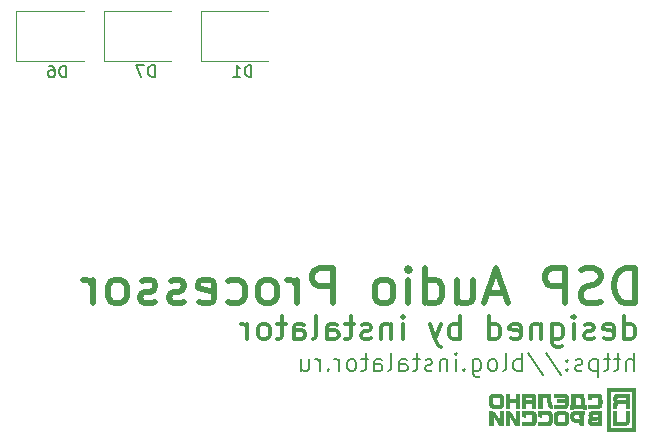
<source format=gbr>
G04 #@! TF.GenerationSoftware,KiCad,Pcbnew,(5.1.9)-1*
G04 #@! TF.CreationDate,2021-07-06T15:31:01+07:00*
G04 #@! TF.ProjectId,main2,6d61696e-322e-46b6-9963-61645f706362,rev?*
G04 #@! TF.SameCoordinates,Original*
G04 #@! TF.FileFunction,Legend,Bot*
G04 #@! TF.FilePolarity,Positive*
%FSLAX46Y46*%
G04 Gerber Fmt 4.6, Leading zero omitted, Abs format (unit mm)*
G04 Created by KiCad (PCBNEW (5.1.9)-1) date 2021-07-06 15:31:01*
%MOMM*%
%LPD*%
G01*
G04 APERTURE LIST*
%ADD10C,0.500000*%
%ADD11C,0.300000*%
%ADD12C,0.200000*%
%ADD13C,0.120000*%
%ADD14C,0.010000*%
%ADD15C,0.150000*%
G04 APERTURE END LIST*
D10*
X114582857Y-79779642D02*
X114582857Y-76779642D01*
X113868571Y-76779642D01*
X113440000Y-76922500D01*
X113154285Y-77208214D01*
X113011428Y-77493928D01*
X112868571Y-78065357D01*
X112868571Y-78493928D01*
X113011428Y-79065357D01*
X113154285Y-79351071D01*
X113440000Y-79636785D01*
X113868571Y-79779642D01*
X114582857Y-79779642D01*
X111725714Y-79636785D02*
X111297142Y-79779642D01*
X110582857Y-79779642D01*
X110297142Y-79636785D01*
X110154285Y-79493928D01*
X110011428Y-79208214D01*
X110011428Y-78922500D01*
X110154285Y-78636785D01*
X110297142Y-78493928D01*
X110582857Y-78351071D01*
X111154285Y-78208214D01*
X111440000Y-78065357D01*
X111582857Y-77922500D01*
X111725714Y-77636785D01*
X111725714Y-77351071D01*
X111582857Y-77065357D01*
X111440000Y-76922500D01*
X111154285Y-76779642D01*
X110440000Y-76779642D01*
X110011428Y-76922500D01*
X108725714Y-79779642D02*
X108725714Y-76779642D01*
X107582857Y-76779642D01*
X107297142Y-76922500D01*
X107154285Y-77065357D01*
X107011428Y-77351071D01*
X107011428Y-77779642D01*
X107154285Y-78065357D01*
X107297142Y-78208214D01*
X107582857Y-78351071D01*
X108725714Y-78351071D01*
X103582857Y-78922500D02*
X102154285Y-78922500D01*
X103868571Y-79779642D02*
X102868571Y-76779642D01*
X101868571Y-79779642D01*
X99582857Y-77779642D02*
X99582857Y-79779642D01*
X100868571Y-77779642D02*
X100868571Y-79351071D01*
X100725714Y-79636785D01*
X100440000Y-79779642D01*
X100011428Y-79779642D01*
X99725714Y-79636785D01*
X99582857Y-79493928D01*
X96868571Y-79779642D02*
X96868571Y-76779642D01*
X96868571Y-79636785D02*
X97154285Y-79779642D01*
X97725714Y-79779642D01*
X98011428Y-79636785D01*
X98154285Y-79493928D01*
X98297142Y-79208214D01*
X98297142Y-78351071D01*
X98154285Y-78065357D01*
X98011428Y-77922500D01*
X97725714Y-77779642D01*
X97154285Y-77779642D01*
X96868571Y-77922500D01*
X95440000Y-79779642D02*
X95440000Y-77779642D01*
X95440000Y-76779642D02*
X95582857Y-76922500D01*
X95440000Y-77065357D01*
X95297142Y-76922500D01*
X95440000Y-76779642D01*
X95440000Y-77065357D01*
X93582857Y-79779642D02*
X93868571Y-79636785D01*
X94011428Y-79493928D01*
X94154285Y-79208214D01*
X94154285Y-78351071D01*
X94011428Y-78065357D01*
X93868571Y-77922500D01*
X93582857Y-77779642D01*
X93154285Y-77779642D01*
X92868571Y-77922500D01*
X92725714Y-78065357D01*
X92582857Y-78351071D01*
X92582857Y-79208214D01*
X92725714Y-79493928D01*
X92868571Y-79636785D01*
X93154285Y-79779642D01*
X93582857Y-79779642D01*
X89011428Y-79779642D02*
X89011428Y-76779642D01*
X87868571Y-76779642D01*
X87582857Y-76922500D01*
X87440000Y-77065357D01*
X87297142Y-77351071D01*
X87297142Y-77779642D01*
X87440000Y-78065357D01*
X87582857Y-78208214D01*
X87868571Y-78351071D01*
X89011428Y-78351071D01*
X86011428Y-79779642D02*
X86011428Y-77779642D01*
X86011428Y-78351071D02*
X85868571Y-78065357D01*
X85725714Y-77922500D01*
X85440000Y-77779642D01*
X85154285Y-77779642D01*
X83725714Y-79779642D02*
X84011428Y-79636785D01*
X84154285Y-79493928D01*
X84297142Y-79208214D01*
X84297142Y-78351071D01*
X84154285Y-78065357D01*
X84011428Y-77922500D01*
X83725714Y-77779642D01*
X83297142Y-77779642D01*
X83011428Y-77922500D01*
X82868571Y-78065357D01*
X82725714Y-78351071D01*
X82725714Y-79208214D01*
X82868571Y-79493928D01*
X83011428Y-79636785D01*
X83297142Y-79779642D01*
X83725714Y-79779642D01*
X80154285Y-79636785D02*
X80440000Y-79779642D01*
X81011428Y-79779642D01*
X81297142Y-79636785D01*
X81440000Y-79493928D01*
X81582857Y-79208214D01*
X81582857Y-78351071D01*
X81440000Y-78065357D01*
X81297142Y-77922500D01*
X81011428Y-77779642D01*
X80440000Y-77779642D01*
X80154285Y-77922500D01*
X77725714Y-79636785D02*
X78011428Y-79779642D01*
X78582857Y-79779642D01*
X78868571Y-79636785D01*
X79011428Y-79351071D01*
X79011428Y-78208214D01*
X78868571Y-77922500D01*
X78582857Y-77779642D01*
X78011428Y-77779642D01*
X77725714Y-77922500D01*
X77582857Y-78208214D01*
X77582857Y-78493928D01*
X79011428Y-78779642D01*
X76440000Y-79636785D02*
X76154285Y-79779642D01*
X75582857Y-79779642D01*
X75297142Y-79636785D01*
X75154285Y-79351071D01*
X75154285Y-79208214D01*
X75297142Y-78922500D01*
X75582857Y-78779642D01*
X76011428Y-78779642D01*
X76297142Y-78636785D01*
X76440000Y-78351071D01*
X76440000Y-78208214D01*
X76297142Y-77922500D01*
X76011428Y-77779642D01*
X75582857Y-77779642D01*
X75297142Y-77922500D01*
X74011428Y-79636785D02*
X73725714Y-79779642D01*
X73154285Y-79779642D01*
X72868571Y-79636785D01*
X72725714Y-79351071D01*
X72725714Y-79208214D01*
X72868571Y-78922500D01*
X73154285Y-78779642D01*
X73582857Y-78779642D01*
X73868571Y-78636785D01*
X74011428Y-78351071D01*
X74011428Y-78208214D01*
X73868571Y-77922500D01*
X73582857Y-77779642D01*
X73154285Y-77779642D01*
X72868571Y-77922500D01*
X71011428Y-79779642D02*
X71297142Y-79636785D01*
X71440000Y-79493928D01*
X71582857Y-79208214D01*
X71582857Y-78351071D01*
X71440000Y-78065357D01*
X71297142Y-77922500D01*
X71011428Y-77779642D01*
X70582857Y-77779642D01*
X70297142Y-77922500D01*
X70154285Y-78065357D01*
X70011428Y-78351071D01*
X70011428Y-79208214D01*
X70154285Y-79493928D01*
X70297142Y-79636785D01*
X70582857Y-79779642D01*
X71011428Y-79779642D01*
X68725714Y-79779642D02*
X68725714Y-77779642D01*
X68725714Y-78351071D02*
X68582857Y-78065357D01*
X68440000Y-77922500D01*
X68154285Y-77779642D01*
X67868571Y-77779642D01*
D11*
X113710666Y-82819761D02*
X113710666Y-80819761D01*
X113710666Y-82724523D02*
X113901142Y-82819761D01*
X114282095Y-82819761D01*
X114472571Y-82724523D01*
X114567809Y-82629285D01*
X114663047Y-82438809D01*
X114663047Y-81867380D01*
X114567809Y-81676904D01*
X114472571Y-81581666D01*
X114282095Y-81486428D01*
X113901142Y-81486428D01*
X113710666Y-81581666D01*
X111996380Y-82724523D02*
X112186857Y-82819761D01*
X112567809Y-82819761D01*
X112758285Y-82724523D01*
X112853523Y-82534047D01*
X112853523Y-81772142D01*
X112758285Y-81581666D01*
X112567809Y-81486428D01*
X112186857Y-81486428D01*
X111996380Y-81581666D01*
X111901142Y-81772142D01*
X111901142Y-81962619D01*
X112853523Y-82153095D01*
X111139238Y-82724523D02*
X110948761Y-82819761D01*
X110567809Y-82819761D01*
X110377333Y-82724523D01*
X110282095Y-82534047D01*
X110282095Y-82438809D01*
X110377333Y-82248333D01*
X110567809Y-82153095D01*
X110853523Y-82153095D01*
X111044000Y-82057857D01*
X111139238Y-81867380D01*
X111139238Y-81772142D01*
X111044000Y-81581666D01*
X110853523Y-81486428D01*
X110567809Y-81486428D01*
X110377333Y-81581666D01*
X109424952Y-82819761D02*
X109424952Y-81486428D01*
X109424952Y-80819761D02*
X109520190Y-80915000D01*
X109424952Y-81010238D01*
X109329714Y-80915000D01*
X109424952Y-80819761D01*
X109424952Y-81010238D01*
X107615428Y-81486428D02*
X107615428Y-83105476D01*
X107710666Y-83295952D01*
X107805904Y-83391190D01*
X107996380Y-83486428D01*
X108282095Y-83486428D01*
X108472571Y-83391190D01*
X107615428Y-82724523D02*
X107805904Y-82819761D01*
X108186857Y-82819761D01*
X108377333Y-82724523D01*
X108472571Y-82629285D01*
X108567809Y-82438809D01*
X108567809Y-81867380D01*
X108472571Y-81676904D01*
X108377333Y-81581666D01*
X108186857Y-81486428D01*
X107805904Y-81486428D01*
X107615428Y-81581666D01*
X106663047Y-81486428D02*
X106663047Y-82819761D01*
X106663047Y-81676904D02*
X106567809Y-81581666D01*
X106377333Y-81486428D01*
X106091619Y-81486428D01*
X105901142Y-81581666D01*
X105805904Y-81772142D01*
X105805904Y-82819761D01*
X104091619Y-82724523D02*
X104282095Y-82819761D01*
X104663047Y-82819761D01*
X104853523Y-82724523D01*
X104948761Y-82534047D01*
X104948761Y-81772142D01*
X104853523Y-81581666D01*
X104663047Y-81486428D01*
X104282095Y-81486428D01*
X104091619Y-81581666D01*
X103996380Y-81772142D01*
X103996380Y-81962619D01*
X104948761Y-82153095D01*
X102282095Y-82819761D02*
X102282095Y-80819761D01*
X102282095Y-82724523D02*
X102472571Y-82819761D01*
X102853523Y-82819761D01*
X103044000Y-82724523D01*
X103139238Y-82629285D01*
X103234476Y-82438809D01*
X103234476Y-81867380D01*
X103139238Y-81676904D01*
X103044000Y-81581666D01*
X102853523Y-81486428D01*
X102472571Y-81486428D01*
X102282095Y-81581666D01*
X99805904Y-82819761D02*
X99805904Y-80819761D01*
X99805904Y-81581666D02*
X99615428Y-81486428D01*
X99234476Y-81486428D01*
X99044000Y-81581666D01*
X98948761Y-81676904D01*
X98853523Y-81867380D01*
X98853523Y-82438809D01*
X98948761Y-82629285D01*
X99044000Y-82724523D01*
X99234476Y-82819761D01*
X99615428Y-82819761D01*
X99805904Y-82724523D01*
X98186857Y-81486428D02*
X97710666Y-82819761D01*
X97234476Y-81486428D02*
X97710666Y-82819761D01*
X97901142Y-83295952D01*
X97996380Y-83391190D01*
X98186857Y-83486428D01*
X94948761Y-82819761D02*
X94948761Y-81486428D01*
X94948761Y-80819761D02*
X95044000Y-80915000D01*
X94948761Y-81010238D01*
X94853523Y-80915000D01*
X94948761Y-80819761D01*
X94948761Y-81010238D01*
X93996380Y-81486428D02*
X93996380Y-82819761D01*
X93996380Y-81676904D02*
X93901142Y-81581666D01*
X93710666Y-81486428D01*
X93424952Y-81486428D01*
X93234476Y-81581666D01*
X93139238Y-81772142D01*
X93139238Y-82819761D01*
X92282095Y-82724523D02*
X92091619Y-82819761D01*
X91710666Y-82819761D01*
X91520190Y-82724523D01*
X91424952Y-82534047D01*
X91424952Y-82438809D01*
X91520190Y-82248333D01*
X91710666Y-82153095D01*
X91996380Y-82153095D01*
X92186857Y-82057857D01*
X92282095Y-81867380D01*
X92282095Y-81772142D01*
X92186857Y-81581666D01*
X91996380Y-81486428D01*
X91710666Y-81486428D01*
X91520190Y-81581666D01*
X90853523Y-81486428D02*
X90091619Y-81486428D01*
X90567809Y-80819761D02*
X90567809Y-82534047D01*
X90472571Y-82724523D01*
X90282095Y-82819761D01*
X90091619Y-82819761D01*
X88567809Y-82819761D02*
X88567809Y-81772142D01*
X88663047Y-81581666D01*
X88853523Y-81486428D01*
X89234476Y-81486428D01*
X89424952Y-81581666D01*
X88567809Y-82724523D02*
X88758285Y-82819761D01*
X89234476Y-82819761D01*
X89424952Y-82724523D01*
X89520190Y-82534047D01*
X89520190Y-82343571D01*
X89424952Y-82153095D01*
X89234476Y-82057857D01*
X88758285Y-82057857D01*
X88567809Y-81962619D01*
X87329714Y-82819761D02*
X87520190Y-82724523D01*
X87615428Y-82534047D01*
X87615428Y-80819761D01*
X85710666Y-82819761D02*
X85710666Y-81772142D01*
X85805904Y-81581666D01*
X85996380Y-81486428D01*
X86377333Y-81486428D01*
X86567809Y-81581666D01*
X85710666Y-82724523D02*
X85901142Y-82819761D01*
X86377333Y-82819761D01*
X86567809Y-82724523D01*
X86663047Y-82534047D01*
X86663047Y-82343571D01*
X86567809Y-82153095D01*
X86377333Y-82057857D01*
X85901142Y-82057857D01*
X85710666Y-81962619D01*
X85044000Y-81486428D02*
X84282095Y-81486428D01*
X84758285Y-80819761D02*
X84758285Y-82534047D01*
X84663047Y-82724523D01*
X84472571Y-82819761D01*
X84282095Y-82819761D01*
X83329714Y-82819761D02*
X83520190Y-82724523D01*
X83615428Y-82629285D01*
X83710666Y-82438809D01*
X83710666Y-81867380D01*
X83615428Y-81676904D01*
X83520190Y-81581666D01*
X83329714Y-81486428D01*
X83044000Y-81486428D01*
X82853523Y-81581666D01*
X82758285Y-81676904D01*
X82663047Y-81867380D01*
X82663047Y-82438809D01*
X82758285Y-82629285D01*
X82853523Y-82724523D01*
X83044000Y-82819761D01*
X83329714Y-82819761D01*
X81805904Y-82819761D02*
X81805904Y-81486428D01*
X81805904Y-81867380D02*
X81710666Y-81676904D01*
X81615428Y-81581666D01*
X81424952Y-81486428D01*
X81234476Y-81486428D01*
D12*
X114528428Y-85514571D02*
X114528428Y-84014571D01*
X113885571Y-85514571D02*
X113885571Y-84728857D01*
X113957000Y-84586000D01*
X114099857Y-84514571D01*
X114314142Y-84514571D01*
X114457000Y-84586000D01*
X114528428Y-84657428D01*
X113385571Y-84514571D02*
X112814142Y-84514571D01*
X113171285Y-84014571D02*
X113171285Y-85300285D01*
X113099857Y-85443142D01*
X112957000Y-85514571D01*
X112814142Y-85514571D01*
X112528428Y-84514571D02*
X111957000Y-84514571D01*
X112314142Y-84014571D02*
X112314142Y-85300285D01*
X112242714Y-85443142D01*
X112099857Y-85514571D01*
X111957000Y-85514571D01*
X111457000Y-84514571D02*
X111457000Y-86014571D01*
X111457000Y-84586000D02*
X111314142Y-84514571D01*
X111028428Y-84514571D01*
X110885571Y-84586000D01*
X110814142Y-84657428D01*
X110742714Y-84800285D01*
X110742714Y-85228857D01*
X110814142Y-85371714D01*
X110885571Y-85443142D01*
X111028428Y-85514571D01*
X111314142Y-85514571D01*
X111457000Y-85443142D01*
X110171285Y-85443142D02*
X110028428Y-85514571D01*
X109742714Y-85514571D01*
X109599857Y-85443142D01*
X109528428Y-85300285D01*
X109528428Y-85228857D01*
X109599857Y-85086000D01*
X109742714Y-85014571D01*
X109957000Y-85014571D01*
X110099857Y-84943142D01*
X110171285Y-84800285D01*
X110171285Y-84728857D01*
X110099857Y-84586000D01*
X109957000Y-84514571D01*
X109742714Y-84514571D01*
X109599857Y-84586000D01*
X108885571Y-85371714D02*
X108814142Y-85443142D01*
X108885571Y-85514571D01*
X108957000Y-85443142D01*
X108885571Y-85371714D01*
X108885571Y-85514571D01*
X108885571Y-84586000D02*
X108814142Y-84657428D01*
X108885571Y-84728857D01*
X108957000Y-84657428D01*
X108885571Y-84586000D01*
X108885571Y-84728857D01*
X107099857Y-83943142D02*
X108385571Y-85871714D01*
X105528428Y-83943142D02*
X106814142Y-85871714D01*
X105028428Y-85514571D02*
X105028428Y-84014571D01*
X105028428Y-84586000D02*
X104885571Y-84514571D01*
X104599857Y-84514571D01*
X104457000Y-84586000D01*
X104385571Y-84657428D01*
X104314142Y-84800285D01*
X104314142Y-85228857D01*
X104385571Y-85371714D01*
X104457000Y-85443142D01*
X104599857Y-85514571D01*
X104885571Y-85514571D01*
X105028428Y-85443142D01*
X103457000Y-85514571D02*
X103599857Y-85443142D01*
X103671285Y-85300285D01*
X103671285Y-84014571D01*
X102671285Y-85514571D02*
X102814142Y-85443142D01*
X102885571Y-85371714D01*
X102957000Y-85228857D01*
X102957000Y-84800285D01*
X102885571Y-84657428D01*
X102814142Y-84586000D01*
X102671285Y-84514571D01*
X102457000Y-84514571D01*
X102314142Y-84586000D01*
X102242714Y-84657428D01*
X102171285Y-84800285D01*
X102171285Y-85228857D01*
X102242714Y-85371714D01*
X102314142Y-85443142D01*
X102457000Y-85514571D01*
X102671285Y-85514571D01*
X100885571Y-84514571D02*
X100885571Y-85728857D01*
X100957000Y-85871714D01*
X101028428Y-85943142D01*
X101171285Y-86014571D01*
X101385571Y-86014571D01*
X101528428Y-85943142D01*
X100885571Y-85443142D02*
X101028428Y-85514571D01*
X101314142Y-85514571D01*
X101457000Y-85443142D01*
X101528428Y-85371714D01*
X101599857Y-85228857D01*
X101599857Y-84800285D01*
X101528428Y-84657428D01*
X101457000Y-84586000D01*
X101314142Y-84514571D01*
X101028428Y-84514571D01*
X100885571Y-84586000D01*
X100171285Y-85371714D02*
X100099857Y-85443142D01*
X100171285Y-85514571D01*
X100242714Y-85443142D01*
X100171285Y-85371714D01*
X100171285Y-85514571D01*
X99457000Y-85514571D02*
X99457000Y-84514571D01*
X99457000Y-84014571D02*
X99528428Y-84086000D01*
X99457000Y-84157428D01*
X99385571Y-84086000D01*
X99457000Y-84014571D01*
X99457000Y-84157428D01*
X98742714Y-84514571D02*
X98742714Y-85514571D01*
X98742714Y-84657428D02*
X98671285Y-84586000D01*
X98528428Y-84514571D01*
X98314142Y-84514571D01*
X98171285Y-84586000D01*
X98099857Y-84728857D01*
X98099857Y-85514571D01*
X97457000Y-85443142D02*
X97314142Y-85514571D01*
X97028428Y-85514571D01*
X96885571Y-85443142D01*
X96814142Y-85300285D01*
X96814142Y-85228857D01*
X96885571Y-85086000D01*
X97028428Y-85014571D01*
X97242714Y-85014571D01*
X97385571Y-84943142D01*
X97457000Y-84800285D01*
X97457000Y-84728857D01*
X97385571Y-84586000D01*
X97242714Y-84514571D01*
X97028428Y-84514571D01*
X96885571Y-84586000D01*
X96385571Y-84514571D02*
X95814142Y-84514571D01*
X96171285Y-84014571D02*
X96171285Y-85300285D01*
X96099857Y-85443142D01*
X95957000Y-85514571D01*
X95814142Y-85514571D01*
X94671285Y-85514571D02*
X94671285Y-84728857D01*
X94742714Y-84586000D01*
X94885571Y-84514571D01*
X95171285Y-84514571D01*
X95314142Y-84586000D01*
X94671285Y-85443142D02*
X94814142Y-85514571D01*
X95171285Y-85514571D01*
X95314142Y-85443142D01*
X95385571Y-85300285D01*
X95385571Y-85157428D01*
X95314142Y-85014571D01*
X95171285Y-84943142D01*
X94814142Y-84943142D01*
X94671285Y-84871714D01*
X93742714Y-85514571D02*
X93885571Y-85443142D01*
X93957000Y-85300285D01*
X93957000Y-84014571D01*
X92528428Y-85514571D02*
X92528428Y-84728857D01*
X92599857Y-84586000D01*
X92742714Y-84514571D01*
X93028428Y-84514571D01*
X93171285Y-84586000D01*
X92528428Y-85443142D02*
X92671285Y-85514571D01*
X93028428Y-85514571D01*
X93171285Y-85443142D01*
X93242714Y-85300285D01*
X93242714Y-85157428D01*
X93171285Y-85014571D01*
X93028428Y-84943142D01*
X92671285Y-84943142D01*
X92528428Y-84871714D01*
X92028428Y-84514571D02*
X91457000Y-84514571D01*
X91814142Y-84014571D02*
X91814142Y-85300285D01*
X91742714Y-85443142D01*
X91599857Y-85514571D01*
X91457000Y-85514571D01*
X90742714Y-85514571D02*
X90885571Y-85443142D01*
X90957000Y-85371714D01*
X91028428Y-85228857D01*
X91028428Y-84800285D01*
X90957000Y-84657428D01*
X90885571Y-84586000D01*
X90742714Y-84514571D01*
X90528428Y-84514571D01*
X90385571Y-84586000D01*
X90314142Y-84657428D01*
X90242714Y-84800285D01*
X90242714Y-85228857D01*
X90314142Y-85371714D01*
X90385571Y-85443142D01*
X90528428Y-85514571D01*
X90742714Y-85514571D01*
X89599857Y-85514571D02*
X89599857Y-84514571D01*
X89599857Y-84800285D02*
X89528428Y-84657428D01*
X89457000Y-84586000D01*
X89314142Y-84514571D01*
X89171285Y-84514571D01*
X88671285Y-85371714D02*
X88599857Y-85443142D01*
X88671285Y-85514571D01*
X88742714Y-85443142D01*
X88671285Y-85371714D01*
X88671285Y-85514571D01*
X87957000Y-85514571D02*
X87957000Y-84514571D01*
X87957000Y-84800285D02*
X87885571Y-84657428D01*
X87814142Y-84586000D01*
X87671285Y-84514571D01*
X87528428Y-84514571D01*
X86385571Y-84514571D02*
X86385571Y-85514571D01*
X87028428Y-84514571D02*
X87028428Y-85300285D01*
X86957000Y-85443142D01*
X86814142Y-85514571D01*
X86599857Y-85514571D01*
X86457000Y-85443142D01*
X86385571Y-85371714D01*
D13*
X62236000Y-59300000D02*
X62236000Y-55000000D01*
X62236000Y-55000000D02*
X67936000Y-55000000D01*
X62236000Y-59300000D02*
X67936000Y-59300000D01*
X69665500Y-59300000D02*
X75365500Y-59300000D01*
X69665500Y-55000000D02*
X75365500Y-55000000D01*
X69665500Y-59300000D02*
X69665500Y-55000000D01*
X77857000Y-59300000D02*
X83557000Y-59300000D01*
X77857000Y-55000000D02*
X83557000Y-55000000D01*
X77857000Y-59300000D02*
X77857000Y-55000000D01*
D14*
G36*
X113564865Y-87446516D02*
G01*
X113447425Y-87447116D01*
X113347866Y-87447691D01*
X113264532Y-87448308D01*
X113195766Y-87449038D01*
X113139911Y-87449949D01*
X113095310Y-87451110D01*
X113060307Y-87452589D01*
X113033245Y-87454457D01*
X113012466Y-87456780D01*
X112996316Y-87459630D01*
X112983135Y-87463074D01*
X112971268Y-87467181D01*
X112959913Y-87471675D01*
X112894052Y-87508032D01*
X112841916Y-87558265D01*
X112803577Y-87622273D01*
X112779110Y-87699951D01*
X112773757Y-87730920D01*
X112769554Y-87809077D01*
X112778224Y-87884262D01*
X112798638Y-87953015D01*
X112829669Y-88011876D01*
X112870188Y-88057387D01*
X112883513Y-88067567D01*
X112906016Y-88084015D01*
X112919961Y-88095912D01*
X112922141Y-88098923D01*
X112914608Y-88106098D01*
X112895292Y-88118279D01*
X112886180Y-88123346D01*
X112845042Y-88155712D01*
X112812590Y-88201756D01*
X112795695Y-88244312D01*
X112792509Y-88265442D01*
X112789749Y-88302184D01*
X112787595Y-88350615D01*
X112786230Y-88406808D01*
X112785823Y-88457942D01*
X112785769Y-88636231D01*
X113049538Y-88636231D01*
X113049735Y-88521442D01*
X113051406Y-88435653D01*
X113056242Y-88367761D01*
X113064463Y-88316348D01*
X113076288Y-88279995D01*
X113090573Y-88258601D01*
X113104033Y-88247747D01*
X113121880Y-88238853D01*
X113146006Y-88231738D01*
X113178300Y-88226219D01*
X113220655Y-88222112D01*
X113274961Y-88219235D01*
X113343108Y-88217404D01*
X113426987Y-88216439D01*
X113528489Y-88216154D01*
X113840846Y-88216154D01*
X113840846Y-88636231D01*
X114114384Y-88636231D01*
X114114384Y-87962154D01*
X113840846Y-87962154D01*
X113493724Y-87962154D01*
X113397260Y-87962007D01*
X113318464Y-87961522D01*
X113255468Y-87960631D01*
X113206402Y-87959265D01*
X113169398Y-87957357D01*
X113142588Y-87954838D01*
X113124103Y-87951641D01*
X113113484Y-87948316D01*
X113077603Y-87923834D01*
X113053927Y-87888419D01*
X113042717Y-87846601D01*
X113044234Y-87802908D01*
X113058738Y-87761870D01*
X113086489Y-87728016D01*
X113100239Y-87718174D01*
X113109512Y-87713011D01*
X113120031Y-87708836D01*
X113133846Y-87705545D01*
X113153009Y-87703031D01*
X113179571Y-87701191D01*
X113215583Y-87699919D01*
X113263096Y-87699111D01*
X113324162Y-87698662D01*
X113400832Y-87698467D01*
X113486711Y-87698421D01*
X113840846Y-87698385D01*
X113840846Y-87962154D01*
X114114384Y-87962154D01*
X114114384Y-87443763D01*
X113564865Y-87446516D01*
G37*
X113564865Y-87446516D02*
X113447425Y-87447116D01*
X113347866Y-87447691D01*
X113264532Y-87448308D01*
X113195766Y-87449038D01*
X113139911Y-87449949D01*
X113095310Y-87451110D01*
X113060307Y-87452589D01*
X113033245Y-87454457D01*
X113012466Y-87456780D01*
X112996316Y-87459630D01*
X112983135Y-87463074D01*
X112971268Y-87467181D01*
X112959913Y-87471675D01*
X112894052Y-87508032D01*
X112841916Y-87558265D01*
X112803577Y-87622273D01*
X112779110Y-87699951D01*
X112773757Y-87730920D01*
X112769554Y-87809077D01*
X112778224Y-87884262D01*
X112798638Y-87953015D01*
X112829669Y-88011876D01*
X112870188Y-88057387D01*
X112883513Y-88067567D01*
X112906016Y-88084015D01*
X112919961Y-88095912D01*
X112922141Y-88098923D01*
X112914608Y-88106098D01*
X112895292Y-88118279D01*
X112886180Y-88123346D01*
X112845042Y-88155712D01*
X112812590Y-88201756D01*
X112795695Y-88244312D01*
X112792509Y-88265442D01*
X112789749Y-88302184D01*
X112787595Y-88350615D01*
X112786230Y-88406808D01*
X112785823Y-88457942D01*
X112785769Y-88636231D01*
X113049538Y-88636231D01*
X113049735Y-88521442D01*
X113051406Y-88435653D01*
X113056242Y-88367761D01*
X113064463Y-88316348D01*
X113076288Y-88279995D01*
X113090573Y-88258601D01*
X113104033Y-88247747D01*
X113121880Y-88238853D01*
X113146006Y-88231738D01*
X113178300Y-88226219D01*
X113220655Y-88222112D01*
X113274961Y-88219235D01*
X113343108Y-88217404D01*
X113426987Y-88216439D01*
X113528489Y-88216154D01*
X113840846Y-88216154D01*
X113840846Y-88636231D01*
X114114384Y-88636231D01*
X114114384Y-87962154D01*
X113840846Y-87962154D01*
X113493724Y-87962154D01*
X113397260Y-87962007D01*
X113318464Y-87961522D01*
X113255468Y-87960631D01*
X113206402Y-87959265D01*
X113169398Y-87957357D01*
X113142588Y-87954838D01*
X113124103Y-87951641D01*
X113113484Y-87948316D01*
X113077603Y-87923834D01*
X113053927Y-87888419D01*
X113042717Y-87846601D01*
X113044234Y-87802908D01*
X113058738Y-87761870D01*
X113086489Y-87728016D01*
X113100239Y-87718174D01*
X113109512Y-87713011D01*
X113120031Y-87708836D01*
X113133846Y-87705545D01*
X113153009Y-87703031D01*
X113179571Y-87701191D01*
X113215583Y-87699919D01*
X113263096Y-87699111D01*
X113324162Y-87698662D01*
X113400832Y-87698467D01*
X113486711Y-87698421D01*
X113840846Y-87698385D01*
X113840846Y-87962154D01*
X114114384Y-87962154D01*
X114114384Y-87443763D01*
X113564865Y-87446516D01*
G36*
X113840846Y-89308771D02*
G01*
X113840828Y-89408800D01*
X113840710Y-89491215D01*
X113840397Y-89557943D01*
X113839794Y-89610909D01*
X113838804Y-89652039D01*
X113837333Y-89683257D01*
X113835285Y-89706490D01*
X113832564Y-89723663D01*
X113829075Y-89736701D01*
X113824722Y-89747530D01*
X113819411Y-89758075D01*
X113818477Y-89759842D01*
X113786390Y-89801919D01*
X113757420Y-89822436D01*
X113746101Y-89827904D01*
X113733719Y-89832323D01*
X113718114Y-89835828D01*
X113697123Y-89838553D01*
X113668585Y-89840632D01*
X113630338Y-89842201D01*
X113580220Y-89843394D01*
X113516070Y-89844344D01*
X113435727Y-89845186D01*
X113384134Y-89845650D01*
X113049538Y-89848569D01*
X113049538Y-88900000D01*
X112785769Y-88900000D01*
X112785769Y-90101616D01*
X113262019Y-90100734D01*
X113387982Y-90100310D01*
X113495505Y-90099523D01*
X113585684Y-90098346D01*
X113659615Y-90096751D01*
X113718394Y-90094713D01*
X113763116Y-90092204D01*
X113794878Y-90089198D01*
X113806828Y-90087394D01*
X113891181Y-90064867D01*
X113960576Y-90030161D01*
X114016036Y-89982342D01*
X114058581Y-89920472D01*
X114089235Y-89843617D01*
X114094679Y-89823843D01*
X114099472Y-89803970D01*
X114103422Y-89783968D01*
X114106610Y-89761785D01*
X114109116Y-89735369D01*
X114111023Y-89702668D01*
X114112409Y-89661630D01*
X114113357Y-89610203D01*
X114113946Y-89546336D01*
X114114259Y-89467977D01*
X114114375Y-89373072D01*
X114114384Y-89323399D01*
X114114384Y-88900000D01*
X113840846Y-88900000D01*
X113840846Y-89308771D01*
G37*
X113840846Y-89308771D02*
X113840828Y-89408800D01*
X113840710Y-89491215D01*
X113840397Y-89557943D01*
X113839794Y-89610909D01*
X113838804Y-89652039D01*
X113837333Y-89683257D01*
X113835285Y-89706490D01*
X113832564Y-89723663D01*
X113829075Y-89736701D01*
X113824722Y-89747530D01*
X113819411Y-89758075D01*
X113818477Y-89759842D01*
X113786390Y-89801919D01*
X113757420Y-89822436D01*
X113746101Y-89827904D01*
X113733719Y-89832323D01*
X113718114Y-89835828D01*
X113697123Y-89838553D01*
X113668585Y-89840632D01*
X113630338Y-89842201D01*
X113580220Y-89843394D01*
X113516070Y-89844344D01*
X113435727Y-89845186D01*
X113384134Y-89845650D01*
X113049538Y-89848569D01*
X113049538Y-88900000D01*
X112785769Y-88900000D01*
X112785769Y-90101616D01*
X113262019Y-90100734D01*
X113387982Y-90100310D01*
X113495505Y-90099523D01*
X113585684Y-90098346D01*
X113659615Y-90096751D01*
X113718394Y-90094713D01*
X113763116Y-90092204D01*
X113794878Y-90089198D01*
X113806828Y-90087394D01*
X113891181Y-90064867D01*
X113960576Y-90030161D01*
X114016036Y-89982342D01*
X114058581Y-89920472D01*
X114089235Y-89843617D01*
X114094679Y-89823843D01*
X114099472Y-89803970D01*
X114103422Y-89783968D01*
X114106610Y-89761785D01*
X114109116Y-89735369D01*
X114111023Y-89702668D01*
X114112409Y-89661630D01*
X114113357Y-89610203D01*
X114113946Y-89546336D01*
X114114259Y-89467977D01*
X114114375Y-89373072D01*
X114114384Y-89323399D01*
X114114384Y-88900000D01*
X113840846Y-88900000D01*
X113840846Y-89308771D01*
G36*
X102759908Y-87449418D02*
G01*
X102676978Y-87450117D01*
X102609293Y-87451745D01*
X102554706Y-87454682D01*
X102511073Y-87459307D01*
X102476246Y-87465999D01*
X102448079Y-87475137D01*
X102424427Y-87487101D01*
X102403142Y-87502270D01*
X102382079Y-87521023D01*
X102366247Y-87536555D01*
X102344871Y-87558600D01*
X102327301Y-87579348D01*
X102313162Y-87600927D01*
X102302085Y-87625465D01*
X102293696Y-87655089D01*
X102287622Y-87691927D01*
X102283492Y-87738107D01*
X102280934Y-87795756D01*
X102279575Y-87867003D01*
X102279042Y-87953974D01*
X102278961Y-88035423D01*
X102279012Y-88125207D01*
X102279249Y-88197736D01*
X102279798Y-88255293D01*
X102280782Y-88300160D01*
X102282328Y-88334622D01*
X102284561Y-88360960D01*
X102287606Y-88381459D01*
X102291587Y-88398401D01*
X102296631Y-88414070D01*
X102300268Y-88423935D01*
X102333729Y-88491371D01*
X102378454Y-88544442D01*
X102436082Y-88584475D01*
X102508252Y-88612796D01*
X102544876Y-88621856D01*
X102578941Y-88626649D01*
X102628768Y-88630446D01*
X102690714Y-88633249D01*
X102761137Y-88635057D01*
X102836395Y-88635873D01*
X102912845Y-88635697D01*
X102986846Y-88634530D01*
X103054755Y-88632373D01*
X103112930Y-88629227D01*
X103157729Y-88625093D01*
X103178817Y-88621690D01*
X103258234Y-88596959D01*
X103322606Y-88560109D01*
X103372826Y-88510224D01*
X103409785Y-88446388D01*
X103434377Y-88367686D01*
X103436511Y-88357347D01*
X103440357Y-88326638D01*
X103443072Y-88279041D01*
X103444670Y-88213945D01*
X103445162Y-88130891D01*
X103177830Y-88130891D01*
X103176956Y-88203856D01*
X103173349Y-88261107D01*
X103165253Y-88304548D01*
X103150907Y-88336084D01*
X103128554Y-88357620D01*
X103096434Y-88371059D01*
X103052791Y-88378306D01*
X102995865Y-88381265D01*
X102923897Y-88381841D01*
X102862359Y-88381848D01*
X102784901Y-88381668D01*
X102724625Y-88380736D01*
X102679187Y-88378928D01*
X102646241Y-88376117D01*
X102623441Y-88372177D01*
X102611450Y-88368347D01*
X102592025Y-88359171D01*
X102576642Y-88348204D01*
X102564834Y-88333207D01*
X102556131Y-88311940D01*
X102550066Y-88282165D01*
X102546169Y-88241643D01*
X102543973Y-88188135D01*
X102543008Y-88119401D01*
X102542805Y-88040308D01*
X102542723Y-87949592D01*
X102543655Y-87876500D01*
X102547364Y-87819134D01*
X102555612Y-87775592D01*
X102570165Y-87743976D01*
X102592784Y-87722387D01*
X102625234Y-87708923D01*
X102669279Y-87701686D01*
X102726681Y-87698777D01*
X102799204Y-87698295D01*
X102860230Y-87698385D01*
X102944466Y-87698298D01*
X103012337Y-87699304D01*
X103065605Y-87703303D01*
X103106037Y-87712195D01*
X103135394Y-87727878D01*
X103155442Y-87752253D01*
X103167943Y-87787219D01*
X103174663Y-87834676D01*
X103177365Y-87896524D01*
X103177813Y-87974662D01*
X103177730Y-88040308D01*
X103177830Y-88130891D01*
X103445162Y-88130891D01*
X103445163Y-88130739D01*
X103444565Y-88028809D01*
X103444198Y-87996346D01*
X103442828Y-87900336D01*
X103441025Y-87821590D01*
X103438341Y-87757834D01*
X103434331Y-87706795D01*
X103428548Y-87666197D01*
X103420544Y-87633768D01*
X103409874Y-87607232D01*
X103396089Y-87584316D01*
X103378744Y-87562746D01*
X103357392Y-87540248D01*
X103353912Y-87536749D01*
X103331602Y-87515169D01*
X103310417Y-87497458D01*
X103288207Y-87483235D01*
X103262820Y-87472119D01*
X103232106Y-87463729D01*
X103193913Y-87457683D01*
X103146092Y-87453600D01*
X103086491Y-87451100D01*
X103012959Y-87449801D01*
X102923346Y-87449322D01*
X102860230Y-87449269D01*
X102759908Y-87449418D01*
G37*
X102759908Y-87449418D02*
X102676978Y-87450117D01*
X102609293Y-87451745D01*
X102554706Y-87454682D01*
X102511073Y-87459307D01*
X102476246Y-87465999D01*
X102448079Y-87475137D01*
X102424427Y-87487101D01*
X102403142Y-87502270D01*
X102382079Y-87521023D01*
X102366247Y-87536555D01*
X102344871Y-87558600D01*
X102327301Y-87579348D01*
X102313162Y-87600927D01*
X102302085Y-87625465D01*
X102293696Y-87655089D01*
X102287622Y-87691927D01*
X102283492Y-87738107D01*
X102280934Y-87795756D01*
X102279575Y-87867003D01*
X102279042Y-87953974D01*
X102278961Y-88035423D01*
X102279012Y-88125207D01*
X102279249Y-88197736D01*
X102279798Y-88255293D01*
X102280782Y-88300160D01*
X102282328Y-88334622D01*
X102284561Y-88360960D01*
X102287606Y-88381459D01*
X102291587Y-88398401D01*
X102296631Y-88414070D01*
X102300268Y-88423935D01*
X102333729Y-88491371D01*
X102378454Y-88544442D01*
X102436082Y-88584475D01*
X102508252Y-88612796D01*
X102544876Y-88621856D01*
X102578941Y-88626649D01*
X102628768Y-88630446D01*
X102690714Y-88633249D01*
X102761137Y-88635057D01*
X102836395Y-88635873D01*
X102912845Y-88635697D01*
X102986846Y-88634530D01*
X103054755Y-88632373D01*
X103112930Y-88629227D01*
X103157729Y-88625093D01*
X103178817Y-88621690D01*
X103258234Y-88596959D01*
X103322606Y-88560109D01*
X103372826Y-88510224D01*
X103409785Y-88446388D01*
X103434377Y-88367686D01*
X103436511Y-88357347D01*
X103440357Y-88326638D01*
X103443072Y-88279041D01*
X103444670Y-88213945D01*
X103445162Y-88130891D01*
X103177830Y-88130891D01*
X103176956Y-88203856D01*
X103173349Y-88261107D01*
X103165253Y-88304548D01*
X103150907Y-88336084D01*
X103128554Y-88357620D01*
X103096434Y-88371059D01*
X103052791Y-88378306D01*
X102995865Y-88381265D01*
X102923897Y-88381841D01*
X102862359Y-88381848D01*
X102784901Y-88381668D01*
X102724625Y-88380736D01*
X102679187Y-88378928D01*
X102646241Y-88376117D01*
X102623441Y-88372177D01*
X102611450Y-88368347D01*
X102592025Y-88359171D01*
X102576642Y-88348204D01*
X102564834Y-88333207D01*
X102556131Y-88311940D01*
X102550066Y-88282165D01*
X102546169Y-88241643D01*
X102543973Y-88188135D01*
X102543008Y-88119401D01*
X102542805Y-88040308D01*
X102542723Y-87949592D01*
X102543655Y-87876500D01*
X102547364Y-87819134D01*
X102555612Y-87775592D01*
X102570165Y-87743976D01*
X102592784Y-87722387D01*
X102625234Y-87708923D01*
X102669279Y-87701686D01*
X102726681Y-87698777D01*
X102799204Y-87698295D01*
X102860230Y-87698385D01*
X102944466Y-87698298D01*
X103012337Y-87699304D01*
X103065605Y-87703303D01*
X103106037Y-87712195D01*
X103135394Y-87727878D01*
X103155442Y-87752253D01*
X103167943Y-87787219D01*
X103174663Y-87834676D01*
X103177365Y-87896524D01*
X103177813Y-87974662D01*
X103177730Y-88040308D01*
X103177830Y-88130891D01*
X103445162Y-88130891D01*
X103445163Y-88130739D01*
X103444565Y-88028809D01*
X103444198Y-87996346D01*
X103442828Y-87900336D01*
X103441025Y-87821590D01*
X103438341Y-87757834D01*
X103434331Y-87706795D01*
X103428548Y-87666197D01*
X103420544Y-87633768D01*
X103409874Y-87607232D01*
X103396089Y-87584316D01*
X103378744Y-87562746D01*
X103357392Y-87540248D01*
X103353912Y-87536749D01*
X103331602Y-87515169D01*
X103310417Y-87497458D01*
X103288207Y-87483235D01*
X103262820Y-87472119D01*
X103232106Y-87463729D01*
X103193913Y-87457683D01*
X103146092Y-87453600D01*
X103086491Y-87451100D01*
X103012959Y-87449801D01*
X102923346Y-87449322D01*
X102860230Y-87449269D01*
X102759908Y-87449418D01*
G36*
X104530769Y-87903539D02*
G01*
X103944615Y-87903539D01*
X103944615Y-87444385D01*
X103671077Y-87444385D01*
X103671077Y-88636231D01*
X103944615Y-88636231D01*
X103944615Y-88157539D01*
X104530769Y-88157539D01*
X104530769Y-88636231D01*
X104804307Y-88636231D01*
X104804307Y-87444385D01*
X104530769Y-87444385D01*
X104530769Y-87903539D01*
G37*
X104530769Y-87903539D02*
X103944615Y-87903539D01*
X103944615Y-87444385D01*
X103671077Y-87444385D01*
X103671077Y-88636231D01*
X103944615Y-88636231D01*
X103944615Y-88157539D01*
X104530769Y-88157539D01*
X104530769Y-88636231D01*
X104804307Y-88636231D01*
X104804307Y-87444385D01*
X104530769Y-87444385D01*
X104530769Y-87903539D01*
G36*
X105048538Y-88636231D02*
G01*
X105321672Y-88636231D01*
X105324317Y-88438404D01*
X105326961Y-88240577D01*
X105913115Y-88240577D01*
X105915760Y-88438404D01*
X105918404Y-88636231D01*
X106182645Y-88636231D01*
X106179488Y-88164866D01*
X106178685Y-88048409D01*
X106177798Y-87949739D01*
X106177785Y-87948859D01*
X105917242Y-87948859D01*
X105915790Y-87971533D01*
X105914754Y-87976060D01*
X105911344Y-87980559D01*
X105903594Y-87984069D01*
X105889441Y-87986680D01*
X105866820Y-87988483D01*
X105833668Y-87989571D01*
X105787920Y-87990032D01*
X105727514Y-87989960D01*
X105650385Y-87989444D01*
X105617846Y-87989165D01*
X105326961Y-87986577D01*
X105324258Y-87842481D01*
X105321554Y-87698385D01*
X105568488Y-87698400D01*
X105658226Y-87698661D01*
X105730417Y-87700105D01*
X105787053Y-87703737D01*
X105830126Y-87710563D01*
X105861626Y-87721589D01*
X105883546Y-87737823D01*
X105897876Y-87760270D01*
X105906608Y-87789937D01*
X105911733Y-87827830D01*
X105915153Y-87873582D01*
X105917037Y-87914381D01*
X105917242Y-87948859D01*
X106177785Y-87948859D01*
X106176575Y-87867107D01*
X106174767Y-87798762D01*
X106172123Y-87742954D01*
X106168392Y-87697932D01*
X106163325Y-87661947D01*
X106156670Y-87633248D01*
X106148178Y-87610084D01*
X106137598Y-87590706D01*
X106124679Y-87573363D01*
X106109172Y-87556305D01*
X106090825Y-87537781D01*
X106089598Y-87536555D01*
X106070393Y-87517561D01*
X106052746Y-87501575D01*
X106034839Y-87488324D01*
X106014857Y-87477537D01*
X105990984Y-87468939D01*
X105961403Y-87462260D01*
X105924299Y-87457226D01*
X105877856Y-87453565D01*
X105820256Y-87451004D01*
X105749684Y-87449271D01*
X105664324Y-87448093D01*
X105562360Y-87447198D01*
X105490596Y-87446669D01*
X105048538Y-87443459D01*
X105048538Y-88636231D01*
G37*
X105048538Y-88636231D02*
X105321672Y-88636231D01*
X105324317Y-88438404D01*
X105326961Y-88240577D01*
X105913115Y-88240577D01*
X105915760Y-88438404D01*
X105918404Y-88636231D01*
X106182645Y-88636231D01*
X106179488Y-88164866D01*
X106178685Y-88048409D01*
X106177798Y-87949739D01*
X106177785Y-87948859D01*
X105917242Y-87948859D01*
X105915790Y-87971533D01*
X105914754Y-87976060D01*
X105911344Y-87980559D01*
X105903594Y-87984069D01*
X105889441Y-87986680D01*
X105866820Y-87988483D01*
X105833668Y-87989571D01*
X105787920Y-87990032D01*
X105727514Y-87989960D01*
X105650385Y-87989444D01*
X105617846Y-87989165D01*
X105326961Y-87986577D01*
X105324258Y-87842481D01*
X105321554Y-87698385D01*
X105568488Y-87698400D01*
X105658226Y-87698661D01*
X105730417Y-87700105D01*
X105787053Y-87703737D01*
X105830126Y-87710563D01*
X105861626Y-87721589D01*
X105883546Y-87737823D01*
X105897876Y-87760270D01*
X105906608Y-87789937D01*
X105911733Y-87827830D01*
X105915153Y-87873582D01*
X105917037Y-87914381D01*
X105917242Y-87948859D01*
X106177785Y-87948859D01*
X106176575Y-87867107D01*
X106174767Y-87798762D01*
X106172123Y-87742954D01*
X106168392Y-87697932D01*
X106163325Y-87661947D01*
X106156670Y-87633248D01*
X106148178Y-87610084D01*
X106137598Y-87590706D01*
X106124679Y-87573363D01*
X106109172Y-87556305D01*
X106090825Y-87537781D01*
X106089598Y-87536555D01*
X106070393Y-87517561D01*
X106052746Y-87501575D01*
X106034839Y-87488324D01*
X106014857Y-87477537D01*
X105990984Y-87468939D01*
X105961403Y-87462260D01*
X105924299Y-87457226D01*
X105877856Y-87453565D01*
X105820256Y-87451004D01*
X105749684Y-87449271D01*
X105664324Y-87448093D01*
X105562360Y-87447198D01*
X105490596Y-87446669D01*
X105048538Y-87443459D01*
X105048538Y-88636231D01*
G36*
X107803461Y-87698385D02*
G01*
X108198479Y-87698385D01*
X108298254Y-87698627D01*
X108387381Y-87699331D01*
X108464334Y-87700461D01*
X108527589Y-87701982D01*
X108575619Y-87703859D01*
X108606899Y-87706057D01*
X108619029Y-87708092D01*
X108644508Y-87727937D01*
X108662331Y-87764011D01*
X108671681Y-87814243D01*
X108672923Y-87844609D01*
X108672923Y-87903539D01*
X107998846Y-87903539D01*
X107998846Y-88157539D01*
X108672923Y-88157539D01*
X108672923Y-88226237D01*
X108668498Y-88288338D01*
X108655402Y-88334466D01*
X108633906Y-88363889D01*
X108619029Y-88372524D01*
X108602778Y-88374950D01*
X108568492Y-88377087D01*
X108517672Y-88378900D01*
X108451820Y-88380354D01*
X108372437Y-88381416D01*
X108281025Y-88382052D01*
X108193594Y-88382231D01*
X107793692Y-88382231D01*
X107793692Y-88636231D01*
X108221096Y-88635161D01*
X108312335Y-88634742D01*
X108398913Y-88633981D01*
X108478574Y-88632925D01*
X108549064Y-88631618D01*
X108608128Y-88630107D01*
X108653511Y-88628439D01*
X108682958Y-88626658D01*
X108692019Y-88625559D01*
X108746956Y-88609289D01*
X108800489Y-88583835D01*
X108845844Y-88552844D01*
X108868457Y-88530591D01*
X108886898Y-88502293D01*
X108905760Y-88463730D01*
X108919945Y-88426192D01*
X108925962Y-88406228D01*
X108930749Y-88386918D01*
X108934446Y-88365798D01*
X108937193Y-88340400D01*
X108939129Y-88308258D01*
X108940396Y-88266906D01*
X108941132Y-88213876D01*
X108941479Y-88146703D01*
X108941575Y-88062920D01*
X108941577Y-88045192D01*
X108941359Y-87947602D01*
X108940541Y-87867246D01*
X108938875Y-87801825D01*
X108936111Y-87749040D01*
X108932001Y-87706589D01*
X108926297Y-87672173D01*
X108918751Y-87643491D01*
X108909113Y-87618243D01*
X108897135Y-87594130D01*
X108891827Y-87584626D01*
X108858443Y-87538649D01*
X108815012Y-87502822D01*
X108756986Y-87473439D01*
X108753671Y-87472094D01*
X108740025Y-87466766D01*
X108726706Y-87462333D01*
X108711832Y-87458697D01*
X108693519Y-87455763D01*
X108669888Y-87453434D01*
X108639054Y-87451615D01*
X108599137Y-87450209D01*
X108548254Y-87449119D01*
X108484523Y-87448251D01*
X108406062Y-87447506D01*
X108310989Y-87446790D01*
X108250403Y-87446370D01*
X107803461Y-87443302D01*
X107803461Y-87698385D01*
G37*
X107803461Y-87698385D02*
X108198479Y-87698385D01*
X108298254Y-87698627D01*
X108387381Y-87699331D01*
X108464334Y-87700461D01*
X108527589Y-87701982D01*
X108575619Y-87703859D01*
X108606899Y-87706057D01*
X108619029Y-87708092D01*
X108644508Y-87727937D01*
X108662331Y-87764011D01*
X108671681Y-87814243D01*
X108672923Y-87844609D01*
X108672923Y-87903539D01*
X107998846Y-87903539D01*
X107998846Y-88157539D01*
X108672923Y-88157539D01*
X108672923Y-88226237D01*
X108668498Y-88288338D01*
X108655402Y-88334466D01*
X108633906Y-88363889D01*
X108619029Y-88372524D01*
X108602778Y-88374950D01*
X108568492Y-88377087D01*
X108517672Y-88378900D01*
X108451820Y-88380354D01*
X108372437Y-88381416D01*
X108281025Y-88382052D01*
X108193594Y-88382231D01*
X107793692Y-88382231D01*
X107793692Y-88636231D01*
X108221096Y-88635161D01*
X108312335Y-88634742D01*
X108398913Y-88633981D01*
X108478574Y-88632925D01*
X108549064Y-88631618D01*
X108608128Y-88630107D01*
X108653511Y-88628439D01*
X108682958Y-88626658D01*
X108692019Y-88625559D01*
X108746956Y-88609289D01*
X108800489Y-88583835D01*
X108845844Y-88552844D01*
X108868457Y-88530591D01*
X108886898Y-88502293D01*
X108905760Y-88463730D01*
X108919945Y-88426192D01*
X108925962Y-88406228D01*
X108930749Y-88386918D01*
X108934446Y-88365798D01*
X108937193Y-88340400D01*
X108939129Y-88308258D01*
X108940396Y-88266906D01*
X108941132Y-88213876D01*
X108941479Y-88146703D01*
X108941575Y-88062920D01*
X108941577Y-88045192D01*
X108941359Y-87947602D01*
X108940541Y-87867246D01*
X108938875Y-87801825D01*
X108936111Y-87749040D01*
X108932001Y-87706589D01*
X108926297Y-87672173D01*
X108918751Y-87643491D01*
X108909113Y-87618243D01*
X108897135Y-87594130D01*
X108891827Y-87584626D01*
X108858443Y-87538649D01*
X108815012Y-87502822D01*
X108756986Y-87473439D01*
X108753671Y-87472094D01*
X108740025Y-87466766D01*
X108726706Y-87462333D01*
X108711832Y-87458697D01*
X108693519Y-87455763D01*
X108669888Y-87453434D01*
X108639054Y-87451615D01*
X108599137Y-87450209D01*
X108548254Y-87449119D01*
X108484523Y-87448251D01*
X108406062Y-87447506D01*
X108310989Y-87446790D01*
X108250403Y-87446370D01*
X107803461Y-87443302D01*
X107803461Y-87698385D01*
G36*
X110607575Y-87500035D02*
G01*
X110608780Y-87549614D01*
X110611608Y-87607284D01*
X110615682Y-87668470D01*
X110620624Y-87728600D01*
X110626057Y-87783099D01*
X110631604Y-87827392D01*
X110636888Y-87856906D01*
X110637078Y-87857673D01*
X110648627Y-87903539D01*
X110880769Y-87903539D01*
X110880769Y-87698385D01*
X111150389Y-87698385D01*
X111238527Y-87698586D01*
X111309257Y-87699440D01*
X111364708Y-87701327D01*
X111407010Y-87704625D01*
X111438290Y-87709712D01*
X111460678Y-87716966D01*
X111476302Y-87726766D01*
X111487291Y-87739491D01*
X111495774Y-87755518D01*
X111497771Y-87760128D01*
X111502141Y-87780625D01*
X111505699Y-87817233D01*
X111508443Y-87866555D01*
X111510368Y-87925194D01*
X111511471Y-87989755D01*
X111511747Y-88056839D01*
X111511194Y-88123050D01*
X111509808Y-88184991D01*
X111507584Y-88239265D01*
X111504519Y-88282476D01*
X111500610Y-88311227D01*
X111498387Y-88319002D01*
X111492506Y-88332619D01*
X111486236Y-88343934D01*
X111477822Y-88353184D01*
X111465505Y-88360603D01*
X111447530Y-88366428D01*
X111422140Y-88370894D01*
X111387577Y-88374238D01*
X111342084Y-88376695D01*
X111283906Y-88378500D01*
X111211284Y-88379890D01*
X111122462Y-88381101D01*
X111027307Y-88382231D01*
X110612115Y-88387116D01*
X110609381Y-88511673D01*
X110606647Y-88636231D01*
X111048996Y-88635668D01*
X111155802Y-88635461D01*
X111245000Y-88635091D01*
X111318520Y-88634491D01*
X111378293Y-88633592D01*
X111426249Y-88632328D01*
X111464317Y-88630630D01*
X111494429Y-88628432D01*
X111518515Y-88625665D01*
X111538505Y-88622262D01*
X111556329Y-88618156D01*
X111557452Y-88617865D01*
X111622093Y-88595884D01*
X111671744Y-88566227D01*
X111710396Y-88525845D01*
X111738029Y-88479923D01*
X111752615Y-88447706D01*
X111764346Y-88413825D01*
X111773455Y-88375918D01*
X111780174Y-88331623D01*
X111784737Y-88278579D01*
X111787378Y-88214424D01*
X111788328Y-88136796D01*
X111787821Y-88043332D01*
X111786997Y-87983755D01*
X111785585Y-87902346D01*
X111784106Y-87837737D01*
X111782350Y-87787191D01*
X111780105Y-87747971D01*
X111777159Y-87717339D01*
X111773300Y-87692559D01*
X111768316Y-87670893D01*
X111761997Y-87649602D01*
X111760882Y-87646156D01*
X111729998Y-87579149D01*
X111685172Y-87525729D01*
X111625816Y-87485271D01*
X111597897Y-87472587D01*
X111584300Y-87467243D01*
X111571217Y-87462778D01*
X111556815Y-87459101D01*
X111539256Y-87456120D01*
X111516707Y-87453743D01*
X111487330Y-87451878D01*
X111449292Y-87450434D01*
X111400756Y-87449319D01*
X111339886Y-87448441D01*
X111264848Y-87447708D01*
X111173806Y-87447028D01*
X111073711Y-87446366D01*
X110607230Y-87443340D01*
X110607575Y-87500035D01*
G37*
X110607575Y-87500035D02*
X110608780Y-87549614D01*
X110611608Y-87607284D01*
X110615682Y-87668470D01*
X110620624Y-87728600D01*
X110626057Y-87783099D01*
X110631604Y-87827392D01*
X110636888Y-87856906D01*
X110637078Y-87857673D01*
X110648627Y-87903539D01*
X110880769Y-87903539D01*
X110880769Y-87698385D01*
X111150389Y-87698385D01*
X111238527Y-87698586D01*
X111309257Y-87699440D01*
X111364708Y-87701327D01*
X111407010Y-87704625D01*
X111438290Y-87709712D01*
X111460678Y-87716966D01*
X111476302Y-87726766D01*
X111487291Y-87739491D01*
X111495774Y-87755518D01*
X111497771Y-87760128D01*
X111502141Y-87780625D01*
X111505699Y-87817233D01*
X111508443Y-87866555D01*
X111510368Y-87925194D01*
X111511471Y-87989755D01*
X111511747Y-88056839D01*
X111511194Y-88123050D01*
X111509808Y-88184991D01*
X111507584Y-88239265D01*
X111504519Y-88282476D01*
X111500610Y-88311227D01*
X111498387Y-88319002D01*
X111492506Y-88332619D01*
X111486236Y-88343934D01*
X111477822Y-88353184D01*
X111465505Y-88360603D01*
X111447530Y-88366428D01*
X111422140Y-88370894D01*
X111387577Y-88374238D01*
X111342084Y-88376695D01*
X111283906Y-88378500D01*
X111211284Y-88379890D01*
X111122462Y-88381101D01*
X111027307Y-88382231D01*
X110612115Y-88387116D01*
X110609381Y-88511673D01*
X110606647Y-88636231D01*
X111048996Y-88635668D01*
X111155802Y-88635461D01*
X111245000Y-88635091D01*
X111318520Y-88634491D01*
X111378293Y-88633592D01*
X111426249Y-88632328D01*
X111464317Y-88630630D01*
X111494429Y-88628432D01*
X111518515Y-88625665D01*
X111538505Y-88622262D01*
X111556329Y-88618156D01*
X111557452Y-88617865D01*
X111622093Y-88595884D01*
X111671744Y-88566227D01*
X111710396Y-88525845D01*
X111738029Y-88479923D01*
X111752615Y-88447706D01*
X111764346Y-88413825D01*
X111773455Y-88375918D01*
X111780174Y-88331623D01*
X111784737Y-88278579D01*
X111787378Y-88214424D01*
X111788328Y-88136796D01*
X111787821Y-88043332D01*
X111786997Y-87983755D01*
X111785585Y-87902346D01*
X111784106Y-87837737D01*
X111782350Y-87787191D01*
X111780105Y-87747971D01*
X111777159Y-87717339D01*
X111773300Y-87692559D01*
X111768316Y-87670893D01*
X111761997Y-87649602D01*
X111760882Y-87646156D01*
X111729998Y-87579149D01*
X111685172Y-87525729D01*
X111625816Y-87485271D01*
X111597897Y-87472587D01*
X111584300Y-87467243D01*
X111571217Y-87462778D01*
X111556815Y-87459101D01*
X111539256Y-87456120D01*
X111516707Y-87453743D01*
X111487330Y-87451878D01*
X111449292Y-87450434D01*
X111400756Y-87449319D01*
X111339886Y-87448441D01*
X111264848Y-87447708D01*
X111173806Y-87447028D01*
X111073711Y-87446366D01*
X110607230Y-87443340D01*
X110607575Y-87500035D01*
G36*
X106435769Y-88636231D02*
G01*
X106709307Y-88636231D01*
X106709307Y-87698385D01*
X106938884Y-87698385D01*
X107013420Y-87698562D01*
X107070526Y-87699175D01*
X107112308Y-87700350D01*
X107140872Y-87702210D01*
X107158324Y-87704880D01*
X107166770Y-87708484D01*
X107168461Y-87711932D01*
X107169514Y-87728226D01*
X107172441Y-87760720D01*
X107176897Y-87806199D01*
X107182536Y-87861450D01*
X107189013Y-87923262D01*
X107195982Y-87988420D01*
X107203097Y-88053712D01*
X107210012Y-88115924D01*
X107216383Y-88171844D01*
X107221863Y-88218258D01*
X107226107Y-88251954D01*
X107227958Y-88265000D01*
X107248689Y-88366521D01*
X107276816Y-88450528D01*
X107312983Y-88517841D01*
X107357833Y-88569281D01*
X107412010Y-88605667D01*
X107476157Y-88627819D01*
X107517678Y-88634417D01*
X107554926Y-88637458D01*
X107587051Y-88638712D01*
X107605634Y-88638031D01*
X107614650Y-88635980D01*
X107620788Y-88630733D01*
X107624600Y-88619059D01*
X107626640Y-88597728D01*
X107627460Y-88563510D01*
X107627615Y-88513173D01*
X107627615Y-88384405D01*
X107594985Y-88378284D01*
X107556880Y-88362198D01*
X107526567Y-88329228D01*
X107505215Y-88284260D01*
X107500631Y-88264850D01*
X107494282Y-88228263D01*
X107486477Y-88176751D01*
X107477529Y-88112566D01*
X107467748Y-88037959D01*
X107457445Y-87955182D01*
X107446931Y-87866487D01*
X107444173Y-87842481D01*
X107398730Y-87444385D01*
X106435769Y-87444385D01*
X106435769Y-88636231D01*
G37*
X106435769Y-88636231D02*
X106709307Y-88636231D01*
X106709307Y-87698385D01*
X106938884Y-87698385D01*
X107013420Y-87698562D01*
X107070526Y-87699175D01*
X107112308Y-87700350D01*
X107140872Y-87702210D01*
X107158324Y-87704880D01*
X107166770Y-87708484D01*
X107168461Y-87711932D01*
X107169514Y-87728226D01*
X107172441Y-87760720D01*
X107176897Y-87806199D01*
X107182536Y-87861450D01*
X107189013Y-87923262D01*
X107195982Y-87988420D01*
X107203097Y-88053712D01*
X107210012Y-88115924D01*
X107216383Y-88171844D01*
X107221863Y-88218258D01*
X107226107Y-88251954D01*
X107227958Y-88265000D01*
X107248689Y-88366521D01*
X107276816Y-88450528D01*
X107312983Y-88517841D01*
X107357833Y-88569281D01*
X107412010Y-88605667D01*
X107476157Y-88627819D01*
X107517678Y-88634417D01*
X107554926Y-88637458D01*
X107587051Y-88638712D01*
X107605634Y-88638031D01*
X107614650Y-88635980D01*
X107620788Y-88630733D01*
X107624600Y-88619059D01*
X107626640Y-88597728D01*
X107627460Y-88563510D01*
X107627615Y-88513173D01*
X107627615Y-88384405D01*
X107594985Y-88378284D01*
X107556880Y-88362198D01*
X107526567Y-88329228D01*
X107505215Y-88284260D01*
X107500631Y-88264850D01*
X107494282Y-88228263D01*
X107486477Y-88176751D01*
X107477529Y-88112566D01*
X107467748Y-88037959D01*
X107457445Y-87955182D01*
X107446931Y-87866487D01*
X107444173Y-87842481D01*
X107398730Y-87444385D01*
X106435769Y-87444385D01*
X106435769Y-88636231D01*
G36*
X109239538Y-88382231D02*
G01*
X109132077Y-88382231D01*
X109132077Y-88753462D01*
X109258890Y-88753462D01*
X109312525Y-88753548D01*
X109349749Y-88752356D01*
X109373668Y-88747705D01*
X109387389Y-88737418D01*
X109394019Y-88719316D01*
X109396665Y-88691221D01*
X109398198Y-88655769D01*
X109400730Y-88602039D01*
X109793942Y-88599485D01*
X110187153Y-88596932D01*
X110187153Y-88644668D01*
X110188451Y-88680485D01*
X110191708Y-88713603D01*
X110193259Y-88722933D01*
X110199365Y-88753462D01*
X110450923Y-88753462D01*
X110450923Y-88567846D01*
X110450831Y-88503355D01*
X110450380Y-88455822D01*
X110449303Y-88422669D01*
X110447336Y-88401315D01*
X110444214Y-88389181D01*
X110439672Y-88383689D01*
X110433444Y-88382257D01*
X110431844Y-88382231D01*
X110395217Y-88374516D01*
X110367736Y-88353227D01*
X110082050Y-88353227D01*
X109800006Y-88350633D01*
X109517961Y-88348039D01*
X109512813Y-87698037D01*
X109986467Y-87703269D01*
X110008687Y-87937731D01*
X110018422Y-88033528D01*
X110028120Y-88113272D01*
X110038365Y-88180440D01*
X110049743Y-88238507D01*
X110062839Y-88290949D01*
X110074916Y-88331094D01*
X110082050Y-88353227D01*
X110367736Y-88353227D01*
X110364552Y-88350761D01*
X110339164Y-88310047D01*
X110318367Y-88251454D01*
X110310426Y-88219466D01*
X110306991Y-88198979D01*
X110301922Y-88161876D01*
X110295527Y-88110983D01*
X110288118Y-88049126D01*
X110280002Y-87979130D01*
X110271491Y-87903820D01*
X110262894Y-87826023D01*
X110254521Y-87748564D01*
X110246681Y-87674269D01*
X110239685Y-87605963D01*
X110233842Y-87546472D01*
X110229462Y-87498621D01*
X110226855Y-87465237D01*
X110226250Y-87451712D01*
X110216783Y-87450284D01*
X110189619Y-87448949D01*
X110146598Y-87447732D01*
X110089560Y-87446662D01*
X110020346Y-87445766D01*
X109940797Y-87445071D01*
X109852752Y-87444605D01*
X109758054Y-87444394D01*
X109732884Y-87444385D01*
X109239538Y-87444385D01*
X109239538Y-88382231D01*
G37*
X109239538Y-88382231D02*
X109132077Y-88382231D01*
X109132077Y-88753462D01*
X109258890Y-88753462D01*
X109312525Y-88753548D01*
X109349749Y-88752356D01*
X109373668Y-88747705D01*
X109387389Y-88737418D01*
X109394019Y-88719316D01*
X109396665Y-88691221D01*
X109398198Y-88655769D01*
X109400730Y-88602039D01*
X109793942Y-88599485D01*
X110187153Y-88596932D01*
X110187153Y-88644668D01*
X110188451Y-88680485D01*
X110191708Y-88713603D01*
X110193259Y-88722933D01*
X110199365Y-88753462D01*
X110450923Y-88753462D01*
X110450923Y-88567846D01*
X110450831Y-88503355D01*
X110450380Y-88455822D01*
X110449303Y-88422669D01*
X110447336Y-88401315D01*
X110444214Y-88389181D01*
X110439672Y-88383689D01*
X110433444Y-88382257D01*
X110431844Y-88382231D01*
X110395217Y-88374516D01*
X110367736Y-88353227D01*
X110082050Y-88353227D01*
X109800006Y-88350633D01*
X109517961Y-88348039D01*
X109512813Y-87698037D01*
X109986467Y-87703269D01*
X110008687Y-87937731D01*
X110018422Y-88033528D01*
X110028120Y-88113272D01*
X110038365Y-88180440D01*
X110049743Y-88238507D01*
X110062839Y-88290949D01*
X110074916Y-88331094D01*
X110082050Y-88353227D01*
X110367736Y-88353227D01*
X110364552Y-88350761D01*
X110339164Y-88310047D01*
X110318367Y-88251454D01*
X110310426Y-88219466D01*
X110306991Y-88198979D01*
X110301922Y-88161876D01*
X110295527Y-88110983D01*
X110288118Y-88049126D01*
X110280002Y-87979130D01*
X110271491Y-87903820D01*
X110262894Y-87826023D01*
X110254521Y-87748564D01*
X110246681Y-87674269D01*
X110239685Y-87605963D01*
X110233842Y-87546472D01*
X110229462Y-87498621D01*
X110226855Y-87465237D01*
X110226250Y-87451712D01*
X110216783Y-87450284D01*
X110189619Y-87448949D01*
X110146598Y-87447732D01*
X110089560Y-87446662D01*
X110020346Y-87445766D01*
X109940797Y-87445071D01*
X109852752Y-87444605D01*
X109758054Y-87444394D01*
X109732884Y-87444385D01*
X109239538Y-87444385D01*
X109239538Y-88382231D01*
G36*
X103150972Y-89304973D02*
G01*
X103148423Y-89709947D01*
X102948844Y-89400223D01*
X102902229Y-89328151D01*
X102857416Y-89259372D01*
X102815860Y-89196082D01*
X102779013Y-89140473D01*
X102748329Y-89094739D01*
X102725263Y-89061075D01*
X102711267Y-89041673D01*
X102711252Y-89041654D01*
X102662213Y-88988380D01*
X102607359Y-88948749D01*
X102543870Y-88921596D01*
X102468922Y-88905754D01*
X102379696Y-88900058D01*
X102368526Y-88900000D01*
X102293615Y-88900000D01*
X102293615Y-90101616D01*
X102566944Y-90101616D01*
X102569491Y-89686785D01*
X102572038Y-89271955D01*
X103110072Y-90096731D01*
X103426846Y-90102099D01*
X103426846Y-88900000D01*
X103153522Y-88900000D01*
X103150972Y-89304973D01*
G37*
X103150972Y-89304973D02*
X103148423Y-89709947D01*
X102948844Y-89400223D01*
X102902229Y-89328151D01*
X102857416Y-89259372D01*
X102815860Y-89196082D01*
X102779013Y-89140473D01*
X102748329Y-89094739D01*
X102725263Y-89061075D01*
X102711267Y-89041673D01*
X102711252Y-89041654D01*
X102662213Y-88988380D01*
X102607359Y-88948749D01*
X102543870Y-88921596D01*
X102468922Y-88905754D01*
X102379696Y-88900058D01*
X102368526Y-88900000D01*
X102293615Y-88900000D01*
X102293615Y-90101616D01*
X102566944Y-90101616D01*
X102569491Y-89686785D01*
X102572038Y-89271955D01*
X103110072Y-90096731D01*
X103426846Y-90102099D01*
X103426846Y-88900000D01*
X103153522Y-88900000D01*
X103150972Y-89304973D01*
G36*
X104525884Y-89704636D02*
G01*
X104316746Y-89380095D01*
X104269234Y-89306749D01*
X104223632Y-89237073D01*
X104181329Y-89173137D01*
X104143712Y-89117009D01*
X104112170Y-89070759D01*
X104088093Y-89036456D01*
X104072868Y-89016169D01*
X104071102Y-89014083D01*
X104019970Y-88967736D01*
X103958376Y-88933899D01*
X103884573Y-88911956D01*
X103796817Y-88901294D01*
X103747436Y-88900000D01*
X103671077Y-88900000D01*
X103671077Y-90101616D01*
X103944615Y-90101616D01*
X103944615Y-89258535D01*
X104219457Y-89680075D01*
X104494298Y-90101616D01*
X104804307Y-90101616D01*
X104804307Y-88900000D01*
X104530986Y-88900000D01*
X104525884Y-89704636D01*
G37*
X104525884Y-89704636D02*
X104316746Y-89380095D01*
X104269234Y-89306749D01*
X104223632Y-89237073D01*
X104181329Y-89173137D01*
X104143712Y-89117009D01*
X104112170Y-89070759D01*
X104088093Y-89036456D01*
X104072868Y-89016169D01*
X104071102Y-89014083D01*
X104019970Y-88967736D01*
X103958376Y-88933899D01*
X103884573Y-88911956D01*
X103796817Y-88901294D01*
X103747436Y-88900000D01*
X103671077Y-88900000D01*
X103671077Y-90101616D01*
X103944615Y-90101616D01*
X103944615Y-89258535D01*
X104219457Y-89680075D01*
X104494298Y-90101616D01*
X104804307Y-90101616D01*
X104804307Y-88900000D01*
X104530986Y-88900000D01*
X104525884Y-89704636D01*
G36*
X105032153Y-89068519D02*
G01*
X105034921Y-89129029D01*
X105038706Y-89187411D01*
X105043118Y-89238878D01*
X105047765Y-89278642D01*
X105050665Y-89295654D01*
X105063192Y-89354269D01*
X105302538Y-89359755D01*
X105302538Y-89152640D01*
X105578974Y-89155763D01*
X105660774Y-89156790D01*
X105725356Y-89157919D01*
X105775040Y-89159309D01*
X105812144Y-89161122D01*
X105838989Y-89163517D01*
X105857894Y-89166655D01*
X105871180Y-89170696D01*
X105881166Y-89175800D01*
X105882636Y-89176741D01*
X105898517Y-89188420D01*
X105911084Y-89201809D01*
X105920685Y-89219172D01*
X105927669Y-89242773D01*
X105932385Y-89274874D01*
X105935181Y-89317739D01*
X105936405Y-89373631D01*
X105936406Y-89444815D01*
X105935679Y-89521224D01*
X105932653Y-89778821D01*
X105907327Y-89804131D01*
X105880261Y-89823495D01*
X105847632Y-89837322D01*
X105843827Y-89838295D01*
X105825756Y-89840259D01*
X105790503Y-89842083D01*
X105740422Y-89843717D01*
X105677867Y-89845112D01*
X105605195Y-89846217D01*
X105524761Y-89846982D01*
X105438919Y-89847356D01*
X105417327Y-89847382D01*
X105029000Y-89847616D01*
X105029000Y-90101616D01*
X105451519Y-90100424D01*
X105542958Y-90099975D01*
X105630341Y-90099180D01*
X105711293Y-90098089D01*
X105783441Y-90096749D01*
X105844412Y-90095207D01*
X105891831Y-90093512D01*
X105923326Y-90091710D01*
X105932653Y-90090743D01*
X105994655Y-90076066D01*
X106053014Y-90051814D01*
X106102627Y-90020664D01*
X106138391Y-89985293D01*
X106141188Y-89981366D01*
X106157644Y-89956408D01*
X106171067Y-89932972D01*
X106181763Y-89908783D01*
X106190042Y-89881563D01*
X106196211Y-89849035D01*
X106200578Y-89808925D01*
X106203451Y-89758955D01*
X106205138Y-89696848D01*
X106205947Y-89620329D01*
X106206185Y-89527121D01*
X106206192Y-89500808D01*
X106206109Y-89410041D01*
X106205787Y-89336543D01*
X106205118Y-89278047D01*
X106203992Y-89232282D01*
X106202301Y-89196980D01*
X106199936Y-89169874D01*
X106196787Y-89148694D01*
X106192746Y-89131171D01*
X106187704Y-89115037D01*
X106187665Y-89114923D01*
X106161180Y-89052453D01*
X106128843Y-89005363D01*
X106087385Y-88969664D01*
X106052254Y-88949832D01*
X106027077Y-88938593D01*
X106000725Y-88929151D01*
X105971314Y-88921353D01*
X105936960Y-88915048D01*
X105895781Y-88910085D01*
X105845893Y-88906313D01*
X105785412Y-88903579D01*
X105712455Y-88901734D01*
X105625139Y-88900625D01*
X105521581Y-88900100D01*
X105432300Y-88900000D01*
X105026167Y-88900000D01*
X105032153Y-89068519D01*
G37*
X105032153Y-89068519D02*
X105034921Y-89129029D01*
X105038706Y-89187411D01*
X105043118Y-89238878D01*
X105047765Y-89278642D01*
X105050665Y-89295654D01*
X105063192Y-89354269D01*
X105302538Y-89359755D01*
X105302538Y-89152640D01*
X105578974Y-89155763D01*
X105660774Y-89156790D01*
X105725356Y-89157919D01*
X105775040Y-89159309D01*
X105812144Y-89161122D01*
X105838989Y-89163517D01*
X105857894Y-89166655D01*
X105871180Y-89170696D01*
X105881166Y-89175800D01*
X105882636Y-89176741D01*
X105898517Y-89188420D01*
X105911084Y-89201809D01*
X105920685Y-89219172D01*
X105927669Y-89242773D01*
X105932385Y-89274874D01*
X105935181Y-89317739D01*
X105936405Y-89373631D01*
X105936406Y-89444815D01*
X105935679Y-89521224D01*
X105932653Y-89778821D01*
X105907327Y-89804131D01*
X105880261Y-89823495D01*
X105847632Y-89837322D01*
X105843827Y-89838295D01*
X105825756Y-89840259D01*
X105790503Y-89842083D01*
X105740422Y-89843717D01*
X105677867Y-89845112D01*
X105605195Y-89846217D01*
X105524761Y-89846982D01*
X105438919Y-89847356D01*
X105417327Y-89847382D01*
X105029000Y-89847616D01*
X105029000Y-90101616D01*
X105451519Y-90100424D01*
X105542958Y-90099975D01*
X105630341Y-90099180D01*
X105711293Y-90098089D01*
X105783441Y-90096749D01*
X105844412Y-90095207D01*
X105891831Y-90093512D01*
X105923326Y-90091710D01*
X105932653Y-90090743D01*
X105994655Y-90076066D01*
X106053014Y-90051814D01*
X106102627Y-90020664D01*
X106138391Y-89985293D01*
X106141188Y-89981366D01*
X106157644Y-89956408D01*
X106171067Y-89932972D01*
X106181763Y-89908783D01*
X106190042Y-89881563D01*
X106196211Y-89849035D01*
X106200578Y-89808925D01*
X106203451Y-89758955D01*
X106205138Y-89696848D01*
X106205947Y-89620329D01*
X106206185Y-89527121D01*
X106206192Y-89500808D01*
X106206109Y-89410041D01*
X106205787Y-89336543D01*
X106205118Y-89278047D01*
X106203992Y-89232282D01*
X106202301Y-89196980D01*
X106199936Y-89169874D01*
X106196787Y-89148694D01*
X106192746Y-89131171D01*
X106187704Y-89115037D01*
X106187665Y-89114923D01*
X106161180Y-89052453D01*
X106128843Y-89005363D01*
X106087385Y-88969664D01*
X106052254Y-88949832D01*
X106027077Y-88938593D01*
X106000725Y-88929151D01*
X105971314Y-88921353D01*
X105936960Y-88915048D01*
X105895781Y-88910085D01*
X105845893Y-88906313D01*
X105785412Y-88903579D01*
X105712455Y-88901734D01*
X105625139Y-88900625D01*
X105521581Y-88900100D01*
X105432300Y-88900000D01*
X105026167Y-88900000D01*
X105032153Y-89068519D01*
G36*
X106399923Y-89067746D02*
G01*
X106402758Y-89128367D01*
X106406577Y-89186844D01*
X106410989Y-89238411D01*
X106415606Y-89278299D01*
X106418522Y-89295654D01*
X106430884Y-89354269D01*
X106670230Y-89359755D01*
X106670230Y-89154000D01*
X106921788Y-89154786D01*
X107011453Y-89155390D01*
X107083756Y-89156789D01*
X107140868Y-89159294D01*
X107184958Y-89163215D01*
X107218198Y-89168862D01*
X107242757Y-89176545D01*
X107260806Y-89186575D01*
X107274516Y-89199262D01*
X107279892Y-89205981D01*
X107286217Y-89215502D01*
X107291136Y-89226611D01*
X107294866Y-89241820D01*
X107297621Y-89263642D01*
X107299617Y-89294587D01*
X107301070Y-89337168D01*
X107302195Y-89393897D01*
X107303208Y-89467286D01*
X107303359Y-89479519D01*
X107304119Y-89565795D01*
X107303833Y-89634841D01*
X107302164Y-89688953D01*
X107298778Y-89730428D01*
X107293338Y-89761561D01*
X107285509Y-89784647D01*
X107274955Y-89801984D01*
X107261340Y-89815867D01*
X107253240Y-89822259D01*
X107245959Y-89827245D01*
X107237563Y-89831366D01*
X107226202Y-89834720D01*
X107210027Y-89837405D01*
X107187187Y-89839519D01*
X107155831Y-89841160D01*
X107114111Y-89842426D01*
X107060176Y-89843414D01*
X106992176Y-89844224D01*
X106908261Y-89844952D01*
X106811182Y-89845664D01*
X106396692Y-89848597D01*
X106396692Y-90101616D01*
X106819211Y-90100734D01*
X106940423Y-90100240D01*
X107043115Y-90099284D01*
X107128298Y-90097841D01*
X107196987Y-90095881D01*
X107250193Y-90093378D01*
X107288930Y-90090304D01*
X107310412Y-90087373D01*
X107387513Y-90066878D01*
X107449601Y-90035404D01*
X107497884Y-89991629D01*
X107533571Y-89934230D01*
X107557872Y-89861886D01*
X107568249Y-89805389D01*
X107571330Y-89772957D01*
X107574056Y-89725044D01*
X107576284Y-89665707D01*
X107577876Y-89599004D01*
X107578692Y-89528990D01*
X107578769Y-89500808D01*
X107578008Y-89396481D01*
X107575591Y-89309532D01*
X107571320Y-89237855D01*
X107564993Y-89179343D01*
X107556411Y-89131890D01*
X107545375Y-89093389D01*
X107538441Y-89075846D01*
X107509548Y-89026496D01*
X107470740Y-88982873D01*
X107428069Y-88951757D01*
X107427346Y-88951376D01*
X107407474Y-88941383D01*
X107388036Y-88932988D01*
X107367159Y-88926031D01*
X107342973Y-88920355D01*
X107313603Y-88915804D01*
X107277179Y-88912219D01*
X107231828Y-88909444D01*
X107175677Y-88907319D01*
X107106855Y-88905689D01*
X107023489Y-88904396D01*
X106923707Y-88903281D01*
X106847016Y-88902559D01*
X106393686Y-88898453D01*
X106399923Y-89067746D01*
G37*
X106399923Y-89067746D02*
X106402758Y-89128367D01*
X106406577Y-89186844D01*
X106410989Y-89238411D01*
X106415606Y-89278299D01*
X106418522Y-89295654D01*
X106430884Y-89354269D01*
X106670230Y-89359755D01*
X106670230Y-89154000D01*
X106921788Y-89154786D01*
X107011453Y-89155390D01*
X107083756Y-89156789D01*
X107140868Y-89159294D01*
X107184958Y-89163215D01*
X107218198Y-89168862D01*
X107242757Y-89176545D01*
X107260806Y-89186575D01*
X107274516Y-89199262D01*
X107279892Y-89205981D01*
X107286217Y-89215502D01*
X107291136Y-89226611D01*
X107294866Y-89241820D01*
X107297621Y-89263642D01*
X107299617Y-89294587D01*
X107301070Y-89337168D01*
X107302195Y-89393897D01*
X107303208Y-89467286D01*
X107303359Y-89479519D01*
X107304119Y-89565795D01*
X107303833Y-89634841D01*
X107302164Y-89688953D01*
X107298778Y-89730428D01*
X107293338Y-89761561D01*
X107285509Y-89784647D01*
X107274955Y-89801984D01*
X107261340Y-89815867D01*
X107253240Y-89822259D01*
X107245959Y-89827245D01*
X107237563Y-89831366D01*
X107226202Y-89834720D01*
X107210027Y-89837405D01*
X107187187Y-89839519D01*
X107155831Y-89841160D01*
X107114111Y-89842426D01*
X107060176Y-89843414D01*
X106992176Y-89844224D01*
X106908261Y-89844952D01*
X106811182Y-89845664D01*
X106396692Y-89848597D01*
X106396692Y-90101616D01*
X106819211Y-90100734D01*
X106940423Y-90100240D01*
X107043115Y-90099284D01*
X107128298Y-90097841D01*
X107196987Y-90095881D01*
X107250193Y-90093378D01*
X107288930Y-90090304D01*
X107310412Y-90087373D01*
X107387513Y-90066878D01*
X107449601Y-90035404D01*
X107497884Y-89991629D01*
X107533571Y-89934230D01*
X107557872Y-89861886D01*
X107568249Y-89805389D01*
X107571330Y-89772957D01*
X107574056Y-89725044D01*
X107576284Y-89665707D01*
X107577876Y-89599004D01*
X107578692Y-89528990D01*
X107578769Y-89500808D01*
X107578008Y-89396481D01*
X107575591Y-89309532D01*
X107571320Y-89237855D01*
X107564993Y-89179343D01*
X107556411Y-89131890D01*
X107545375Y-89093389D01*
X107538441Y-89075846D01*
X107509548Y-89026496D01*
X107470740Y-88982873D01*
X107428069Y-88951757D01*
X107427346Y-88951376D01*
X107407474Y-88941383D01*
X107388036Y-88932988D01*
X107367159Y-88926031D01*
X107342973Y-88920355D01*
X107313603Y-88915804D01*
X107277179Y-88912219D01*
X107231828Y-88909444D01*
X107175677Y-88907319D01*
X107106855Y-88905689D01*
X107023489Y-88904396D01*
X106923707Y-88903281D01*
X106847016Y-88902559D01*
X106393686Y-88898453D01*
X106399923Y-89067746D01*
G36*
X108281469Y-88900769D02*
G01*
X108208592Y-88902061D01*
X108143961Y-88904187D01*
X108091543Y-88907148D01*
X108060610Y-88910179D01*
X107985005Y-88926059D01*
X107919489Y-88951504D01*
X107867067Y-88985048D01*
X107833658Y-89020824D01*
X107817276Y-89045856D01*
X107803918Y-89070157D01*
X107793278Y-89096004D01*
X107785052Y-89125674D01*
X107778934Y-89161444D01*
X107774618Y-89205589D01*
X107771799Y-89260386D01*
X107770172Y-89328112D01*
X107769431Y-89411044D01*
X107769269Y-89500808D01*
X107769472Y-89599412D01*
X107770287Y-89680757D01*
X107772017Y-89747119D01*
X107774969Y-89800775D01*
X107779447Y-89844001D01*
X107785758Y-89879074D01*
X107794207Y-89908270D01*
X107805099Y-89933866D01*
X107818739Y-89958138D01*
X107833658Y-89980792D01*
X107870048Y-90018690D01*
X107921563Y-90051196D01*
X107984070Y-90076219D01*
X108052577Y-90091547D01*
X108088987Y-90095023D01*
X108140580Y-90097642D01*
X108203805Y-90099426D01*
X108275113Y-90100398D01*
X108350952Y-90100582D01*
X108427773Y-90100001D01*
X108502026Y-90098676D01*
X108570161Y-90096632D01*
X108628627Y-90093892D01*
X108673874Y-90090477D01*
X108697643Y-90087373D01*
X108775755Y-90066275D01*
X108838849Y-90033484D01*
X108887987Y-89987893D01*
X108924232Y-89928393D01*
X108948646Y-89853877D01*
X108955559Y-89818249D01*
X108958881Y-89786557D01*
X108961535Y-89738910D01*
X108963523Y-89678882D01*
X108964844Y-89610044D01*
X108964963Y-89596453D01*
X108691435Y-89596453D01*
X108690972Y-89652537D01*
X108690014Y-89697652D01*
X108688598Y-89728426D01*
X108687657Y-89737895D01*
X108672629Y-89784245D01*
X108644361Y-89818426D01*
X108605015Y-89837842D01*
X108604384Y-89838000D01*
X108584924Y-89840345D01*
X108549230Y-89842275D01*
X108500601Y-89843706D01*
X108442338Y-89844554D01*
X108377742Y-89844737D01*
X108345197Y-89844561D01*
X108271899Y-89843821D01*
X108215513Y-89842808D01*
X108173413Y-89841316D01*
X108142973Y-89839142D01*
X108121568Y-89836080D01*
X108106571Y-89831925D01*
X108095356Y-89826472D01*
X108092824Y-89824875D01*
X108076933Y-89813047D01*
X108064419Y-89799230D01*
X108054883Y-89781079D01*
X108047929Y-89756248D01*
X108043158Y-89722392D01*
X108040174Y-89677165D01*
X108038580Y-89618221D01*
X108037977Y-89543215D01*
X108037923Y-89500808D01*
X108037847Y-89410263D01*
X108038727Y-89337320D01*
X108042221Y-89280058D01*
X108049989Y-89236553D01*
X108063692Y-89204883D01*
X108084988Y-89183124D01*
X108115537Y-89169355D01*
X108156999Y-89161651D01*
X108211033Y-89158090D01*
X108279299Y-89156750D01*
X108335428Y-89156116D01*
X108421740Y-89155509D01*
X108490824Y-89156378D01*
X108544960Y-89159065D01*
X108586426Y-89163913D01*
X108617499Y-89171264D01*
X108640460Y-89181460D01*
X108657586Y-89194845D01*
X108667088Y-89205979D01*
X108673604Y-89215811D01*
X108678633Y-89227301D01*
X108682411Y-89243060D01*
X108685178Y-89265695D01*
X108687171Y-89297814D01*
X108688629Y-89342027D01*
X108689790Y-89400941D01*
X108690726Y-89464864D01*
X108691366Y-89532771D01*
X108691435Y-89596453D01*
X108964963Y-89596453D01*
X108965496Y-89535969D01*
X108965481Y-89460230D01*
X108964796Y-89386400D01*
X108963442Y-89318051D01*
X108961419Y-89258756D01*
X108958725Y-89212086D01*
X108955644Y-89183308D01*
X108936114Y-89102814D01*
X108905222Y-89037563D01*
X108861842Y-88986482D01*
X108804852Y-88948497D01*
X108733127Y-88922537D01*
X108669774Y-88910420D01*
X108630719Y-88906747D01*
X108576110Y-88903897D01*
X108509914Y-88901873D01*
X108436097Y-88900676D01*
X108358627Y-88900307D01*
X108281469Y-88900769D01*
G37*
X108281469Y-88900769D02*
X108208592Y-88902061D01*
X108143961Y-88904187D01*
X108091543Y-88907148D01*
X108060610Y-88910179D01*
X107985005Y-88926059D01*
X107919489Y-88951504D01*
X107867067Y-88985048D01*
X107833658Y-89020824D01*
X107817276Y-89045856D01*
X107803918Y-89070157D01*
X107793278Y-89096004D01*
X107785052Y-89125674D01*
X107778934Y-89161444D01*
X107774618Y-89205589D01*
X107771799Y-89260386D01*
X107770172Y-89328112D01*
X107769431Y-89411044D01*
X107769269Y-89500808D01*
X107769472Y-89599412D01*
X107770287Y-89680757D01*
X107772017Y-89747119D01*
X107774969Y-89800775D01*
X107779447Y-89844001D01*
X107785758Y-89879074D01*
X107794207Y-89908270D01*
X107805099Y-89933866D01*
X107818739Y-89958138D01*
X107833658Y-89980792D01*
X107870048Y-90018690D01*
X107921563Y-90051196D01*
X107984070Y-90076219D01*
X108052577Y-90091547D01*
X108088987Y-90095023D01*
X108140580Y-90097642D01*
X108203805Y-90099426D01*
X108275113Y-90100398D01*
X108350952Y-90100582D01*
X108427773Y-90100001D01*
X108502026Y-90098676D01*
X108570161Y-90096632D01*
X108628627Y-90093892D01*
X108673874Y-90090477D01*
X108697643Y-90087373D01*
X108775755Y-90066275D01*
X108838849Y-90033484D01*
X108887987Y-89987893D01*
X108924232Y-89928393D01*
X108948646Y-89853877D01*
X108955559Y-89818249D01*
X108958881Y-89786557D01*
X108961535Y-89738910D01*
X108963523Y-89678882D01*
X108964844Y-89610044D01*
X108964963Y-89596453D01*
X108691435Y-89596453D01*
X108690972Y-89652537D01*
X108690014Y-89697652D01*
X108688598Y-89728426D01*
X108687657Y-89737895D01*
X108672629Y-89784245D01*
X108644361Y-89818426D01*
X108605015Y-89837842D01*
X108604384Y-89838000D01*
X108584924Y-89840345D01*
X108549230Y-89842275D01*
X108500601Y-89843706D01*
X108442338Y-89844554D01*
X108377742Y-89844737D01*
X108345197Y-89844561D01*
X108271899Y-89843821D01*
X108215513Y-89842808D01*
X108173413Y-89841316D01*
X108142973Y-89839142D01*
X108121568Y-89836080D01*
X108106571Y-89831925D01*
X108095356Y-89826472D01*
X108092824Y-89824875D01*
X108076933Y-89813047D01*
X108064419Y-89799230D01*
X108054883Y-89781079D01*
X108047929Y-89756248D01*
X108043158Y-89722392D01*
X108040174Y-89677165D01*
X108038580Y-89618221D01*
X108037977Y-89543215D01*
X108037923Y-89500808D01*
X108037847Y-89410263D01*
X108038727Y-89337320D01*
X108042221Y-89280058D01*
X108049989Y-89236553D01*
X108063692Y-89204883D01*
X108084988Y-89183124D01*
X108115537Y-89169355D01*
X108156999Y-89161651D01*
X108211033Y-89158090D01*
X108279299Y-89156750D01*
X108335428Y-89156116D01*
X108421740Y-89155509D01*
X108490824Y-89156378D01*
X108544960Y-89159065D01*
X108586426Y-89163913D01*
X108617499Y-89171264D01*
X108640460Y-89181460D01*
X108657586Y-89194845D01*
X108667088Y-89205979D01*
X108673604Y-89215811D01*
X108678633Y-89227301D01*
X108682411Y-89243060D01*
X108685178Y-89265695D01*
X108687171Y-89297814D01*
X108688629Y-89342027D01*
X108689790Y-89400941D01*
X108690726Y-89464864D01*
X108691366Y-89532771D01*
X108691435Y-89596453D01*
X108964963Y-89596453D01*
X108965496Y-89535969D01*
X108965481Y-89460230D01*
X108964796Y-89386400D01*
X108963442Y-89318051D01*
X108961419Y-89258756D01*
X108958725Y-89212086D01*
X108955644Y-89183308D01*
X108936114Y-89102814D01*
X108905222Y-89037563D01*
X108861842Y-88986482D01*
X108804852Y-88948497D01*
X108733127Y-88922537D01*
X108669774Y-88910420D01*
X108630719Y-88906747D01*
X108576110Y-88903897D01*
X108509914Y-88901873D01*
X108436097Y-88900676D01*
X108358627Y-88900307D01*
X108281469Y-88900769D01*
G36*
X109877286Y-88902307D02*
G01*
X109764816Y-88903216D01*
X109670020Y-88904197D01*
X109591033Y-88905457D01*
X109525993Y-88907203D01*
X109473035Y-88909644D01*
X109430295Y-88912987D01*
X109395909Y-88917439D01*
X109368013Y-88923207D01*
X109344743Y-88930499D01*
X109324235Y-88939523D01*
X109304626Y-88950486D01*
X109284051Y-88963595D01*
X109275429Y-88969289D01*
X109221020Y-89016902D01*
X109178094Y-89079497D01*
X109156162Y-89129577D01*
X109147504Y-89165114D01*
X109140666Y-89215044D01*
X109135842Y-89274291D01*
X109133228Y-89337778D01*
X109133018Y-89400427D01*
X109135407Y-89457162D01*
X109140589Y-89502906D01*
X109141625Y-89508533D01*
X109165559Y-89589356D01*
X109203217Y-89656435D01*
X109255307Y-89710581D01*
X109322535Y-89752607D01*
X109371145Y-89772593D01*
X109388690Y-89775567D01*
X109422829Y-89778629D01*
X109470622Y-89781617D01*
X109529125Y-89784370D01*
X109595397Y-89786728D01*
X109659615Y-89788386D01*
X109918500Y-89793885D01*
X109921190Y-89947750D01*
X109923880Y-90101616D01*
X110186966Y-90101616D01*
X110189502Y-89630352D01*
X110190015Y-89535000D01*
X109923806Y-89535000D01*
X109706230Y-89534964D01*
X109634819Y-89534831D01*
X109580181Y-89534317D01*
X109539553Y-89533205D01*
X109510169Y-89531279D01*
X109489265Y-89528321D01*
X109474077Y-89524115D01*
X109461840Y-89518446D01*
X109456660Y-89515421D01*
X109433740Y-89497814D01*
X109418044Y-89475350D01*
X109408338Y-89444288D01*
X109403392Y-89400884D01*
X109401996Y-89349385D01*
X109403483Y-89291807D01*
X109409541Y-89249368D01*
X109421522Y-89217933D01*
X109440776Y-89193369D01*
X109457599Y-89179302D01*
X109467619Y-89172639D01*
X109479100Y-89167605D01*
X109494759Y-89163973D01*
X109517314Y-89161516D01*
X109549481Y-89160006D01*
X109593977Y-89159217D01*
X109653519Y-89158920D01*
X109701829Y-89158885D01*
X109918500Y-89158885D01*
X109921153Y-89346942D01*
X109923806Y-89535000D01*
X110190015Y-89535000D01*
X110192038Y-89159089D01*
X110260423Y-89149218D01*
X110328807Y-89139346D01*
X110331555Y-89019061D01*
X110334303Y-88898777D01*
X109877286Y-88902307D01*
G37*
X109877286Y-88902307D02*
X109764816Y-88903216D01*
X109670020Y-88904197D01*
X109591033Y-88905457D01*
X109525993Y-88907203D01*
X109473035Y-88909644D01*
X109430295Y-88912987D01*
X109395909Y-88917439D01*
X109368013Y-88923207D01*
X109344743Y-88930499D01*
X109324235Y-88939523D01*
X109304626Y-88950486D01*
X109284051Y-88963595D01*
X109275429Y-88969289D01*
X109221020Y-89016902D01*
X109178094Y-89079497D01*
X109156162Y-89129577D01*
X109147504Y-89165114D01*
X109140666Y-89215044D01*
X109135842Y-89274291D01*
X109133228Y-89337778D01*
X109133018Y-89400427D01*
X109135407Y-89457162D01*
X109140589Y-89502906D01*
X109141625Y-89508533D01*
X109165559Y-89589356D01*
X109203217Y-89656435D01*
X109255307Y-89710581D01*
X109322535Y-89752607D01*
X109371145Y-89772593D01*
X109388690Y-89775567D01*
X109422829Y-89778629D01*
X109470622Y-89781617D01*
X109529125Y-89784370D01*
X109595397Y-89786728D01*
X109659615Y-89788386D01*
X109918500Y-89793885D01*
X109921190Y-89947750D01*
X109923880Y-90101616D01*
X110186966Y-90101616D01*
X110189502Y-89630352D01*
X110190015Y-89535000D01*
X109923806Y-89535000D01*
X109706230Y-89534964D01*
X109634819Y-89534831D01*
X109580181Y-89534317D01*
X109539553Y-89533205D01*
X109510169Y-89531279D01*
X109489265Y-89528321D01*
X109474077Y-89524115D01*
X109461840Y-89518446D01*
X109456660Y-89515421D01*
X109433740Y-89497814D01*
X109418044Y-89475350D01*
X109408338Y-89444288D01*
X109403392Y-89400884D01*
X109401996Y-89349385D01*
X109403483Y-89291807D01*
X109409541Y-89249368D01*
X109421522Y-89217933D01*
X109440776Y-89193369D01*
X109457599Y-89179302D01*
X109467619Y-89172639D01*
X109479100Y-89167605D01*
X109494759Y-89163973D01*
X109517314Y-89161516D01*
X109549481Y-89160006D01*
X109593977Y-89159217D01*
X109653519Y-89158920D01*
X109701829Y-89158885D01*
X109918500Y-89158885D01*
X109921153Y-89346942D01*
X109923806Y-89535000D01*
X110190015Y-89535000D01*
X110192038Y-89159089D01*
X110260423Y-89149218D01*
X110328807Y-89139346D01*
X110331555Y-89019061D01*
X110334303Y-88898777D01*
X109877286Y-88902307D01*
G36*
X111371673Y-88900170D02*
G01*
X111261433Y-88900421D01*
X111168758Y-88901200D01*
X111091677Y-88902704D01*
X111028220Y-88905133D01*
X110976415Y-88908683D01*
X110934293Y-88913553D01*
X110899881Y-88919941D01*
X110871209Y-88928045D01*
X110846307Y-88938063D01*
X110823204Y-88950194D01*
X110812974Y-88956331D01*
X110756691Y-89002149D01*
X110714780Y-89060339D01*
X110688006Y-89129255D01*
X110677134Y-89207248D01*
X110677806Y-89247720D01*
X110687222Y-89309084D01*
X110706104Y-89366692D01*
X110732243Y-89415267D01*
X110761700Y-89448169D01*
X110777807Y-89463541D01*
X110778047Y-89472115D01*
X110774024Y-89474215D01*
X110753076Y-89487052D01*
X110725616Y-89510852D01*
X110696478Y-89540673D01*
X110670500Y-89571574D01*
X110652811Y-89598061D01*
X110643327Y-89618412D01*
X110637132Y-89640236D01*
X110633564Y-89668277D01*
X110631963Y-89707276D01*
X110631653Y-89749923D01*
X110632245Y-89802483D01*
X110634462Y-89840539D01*
X110638968Y-89869103D01*
X110646429Y-89893186D01*
X110652534Y-89907427D01*
X110693115Y-89972732D01*
X110748114Y-90025389D01*
X110816382Y-90064563D01*
X110896774Y-90089421D01*
X110904544Y-90090923D01*
X110930653Y-90093796D01*
X110974844Y-90096274D01*
X111035664Y-90098323D01*
X111111661Y-90099908D01*
X111201381Y-90100994D01*
X111303371Y-90101549D01*
X111356371Y-90101616D01*
X111750230Y-90101616D01*
X111750230Y-89847616D01*
X111476692Y-89847616D01*
X111230019Y-89847600D01*
X111152386Y-89847451D01*
X111091745Y-89846912D01*
X111045552Y-89845828D01*
X111011263Y-89844044D01*
X110986332Y-89841404D01*
X110968216Y-89837755D01*
X110954370Y-89832941D01*
X110949153Y-89830504D01*
X110917649Y-89804553D01*
X110899133Y-89766865D01*
X110895029Y-89721451D01*
X110900060Y-89692227D01*
X110906238Y-89671492D01*
X110913808Y-89655029D01*
X110924946Y-89642311D01*
X110941824Y-89632813D01*
X110966617Y-89626007D01*
X111001499Y-89621366D01*
X111048643Y-89618364D01*
X111110224Y-89616474D01*
X111188415Y-89615170D01*
X111219799Y-89614758D01*
X111476692Y-89611477D01*
X111476692Y-89847616D01*
X111750230Y-89847616D01*
X111750230Y-89163769D01*
X111476692Y-89163769D01*
X111476692Y-89369894D01*
X111236484Y-89366966D01*
X110996277Y-89364039D01*
X110972715Y-89336628D01*
X110952337Y-89299214D01*
X110948084Y-89257308D01*
X110959748Y-89216918D01*
X110977710Y-89192326D01*
X111006266Y-89163769D01*
X111476692Y-89163769D01*
X111750230Y-89163769D01*
X111750230Y-88900000D01*
X111371673Y-88900170D01*
G37*
X111371673Y-88900170D02*
X111261433Y-88900421D01*
X111168758Y-88901200D01*
X111091677Y-88902704D01*
X111028220Y-88905133D01*
X110976415Y-88908683D01*
X110934293Y-88913553D01*
X110899881Y-88919941D01*
X110871209Y-88928045D01*
X110846307Y-88938063D01*
X110823204Y-88950194D01*
X110812974Y-88956331D01*
X110756691Y-89002149D01*
X110714780Y-89060339D01*
X110688006Y-89129255D01*
X110677134Y-89207248D01*
X110677806Y-89247720D01*
X110687222Y-89309084D01*
X110706104Y-89366692D01*
X110732243Y-89415267D01*
X110761700Y-89448169D01*
X110777807Y-89463541D01*
X110778047Y-89472115D01*
X110774024Y-89474215D01*
X110753076Y-89487052D01*
X110725616Y-89510852D01*
X110696478Y-89540673D01*
X110670500Y-89571574D01*
X110652811Y-89598061D01*
X110643327Y-89618412D01*
X110637132Y-89640236D01*
X110633564Y-89668277D01*
X110631963Y-89707276D01*
X110631653Y-89749923D01*
X110632245Y-89802483D01*
X110634462Y-89840539D01*
X110638968Y-89869103D01*
X110646429Y-89893186D01*
X110652534Y-89907427D01*
X110693115Y-89972732D01*
X110748114Y-90025389D01*
X110816382Y-90064563D01*
X110896774Y-90089421D01*
X110904544Y-90090923D01*
X110930653Y-90093796D01*
X110974844Y-90096274D01*
X111035664Y-90098323D01*
X111111661Y-90099908D01*
X111201381Y-90100994D01*
X111303371Y-90101549D01*
X111356371Y-90101616D01*
X111750230Y-90101616D01*
X111750230Y-89847616D01*
X111476692Y-89847616D01*
X111230019Y-89847600D01*
X111152386Y-89847451D01*
X111091745Y-89846912D01*
X111045552Y-89845828D01*
X111011263Y-89844044D01*
X110986332Y-89841404D01*
X110968216Y-89837755D01*
X110954370Y-89832941D01*
X110949153Y-89830504D01*
X110917649Y-89804553D01*
X110899133Y-89766865D01*
X110895029Y-89721451D01*
X110900060Y-89692227D01*
X110906238Y-89671492D01*
X110913808Y-89655029D01*
X110924946Y-89642311D01*
X110941824Y-89632813D01*
X110966617Y-89626007D01*
X111001499Y-89621366D01*
X111048643Y-89618364D01*
X111110224Y-89616474D01*
X111188415Y-89615170D01*
X111219799Y-89614758D01*
X111476692Y-89611477D01*
X111476692Y-89847616D01*
X111750230Y-89847616D01*
X111750230Y-89163769D01*
X111476692Y-89163769D01*
X111476692Y-89369894D01*
X111236484Y-89366966D01*
X110996277Y-89364039D01*
X110972715Y-89336628D01*
X110952337Y-89299214D01*
X110948084Y-89257308D01*
X110959748Y-89216918D01*
X110977710Y-89192326D01*
X111006266Y-89163769D01*
X111476692Y-89163769D01*
X111750230Y-89163769D01*
X111750230Y-88900000D01*
X111371673Y-88900170D01*
G36*
X112268000Y-90619385D02*
G01*
X114632153Y-90619385D01*
X114632153Y-87180616D01*
X114368384Y-87180616D01*
X114368384Y-90355616D01*
X112531769Y-90355616D01*
X112531769Y-87180616D01*
X114368384Y-87180616D01*
X114632153Y-87180616D01*
X114632153Y-86926616D01*
X112268000Y-86926616D01*
X112268000Y-90619385D01*
G37*
X112268000Y-90619385D02*
X114632153Y-90619385D01*
X114632153Y-87180616D01*
X114368384Y-87180616D01*
X114368384Y-90355616D01*
X112531769Y-90355616D01*
X112531769Y-87180616D01*
X114368384Y-87180616D01*
X114632153Y-87180616D01*
X114632153Y-86926616D01*
X112268000Y-86926616D01*
X112268000Y-90619385D01*
D15*
X66460595Y-60650380D02*
X66460595Y-59650380D01*
X66222500Y-59650380D01*
X66079642Y-59698000D01*
X65984404Y-59793238D01*
X65936785Y-59888476D01*
X65889166Y-60078952D01*
X65889166Y-60221809D01*
X65936785Y-60412285D01*
X65984404Y-60507523D01*
X66079642Y-60602761D01*
X66222500Y-60650380D01*
X66460595Y-60650380D01*
X65032023Y-59650380D02*
X65222500Y-59650380D01*
X65317738Y-59698000D01*
X65365357Y-59745619D01*
X65460595Y-59888476D01*
X65508214Y-60078952D01*
X65508214Y-60459904D01*
X65460595Y-60555142D01*
X65412976Y-60602761D01*
X65317738Y-60650380D01*
X65127261Y-60650380D01*
X65032023Y-60602761D01*
X64984404Y-60555142D01*
X64936785Y-60459904D01*
X64936785Y-60221809D01*
X64984404Y-60126571D01*
X65032023Y-60078952D01*
X65127261Y-60031333D01*
X65317738Y-60031333D01*
X65412976Y-60078952D01*
X65460595Y-60126571D01*
X65508214Y-60221809D01*
X73953595Y-60602380D02*
X73953595Y-59602380D01*
X73715500Y-59602380D01*
X73572642Y-59650000D01*
X73477404Y-59745238D01*
X73429785Y-59840476D01*
X73382166Y-60030952D01*
X73382166Y-60173809D01*
X73429785Y-60364285D01*
X73477404Y-60459523D01*
X73572642Y-60554761D01*
X73715500Y-60602380D01*
X73953595Y-60602380D01*
X73048833Y-59602380D02*
X72382166Y-59602380D01*
X72810738Y-60602380D01*
X82145095Y-60602380D02*
X82145095Y-59602380D01*
X81907000Y-59602380D01*
X81764142Y-59650000D01*
X81668904Y-59745238D01*
X81621285Y-59840476D01*
X81573666Y-60030952D01*
X81573666Y-60173809D01*
X81621285Y-60364285D01*
X81668904Y-60459523D01*
X81764142Y-60554761D01*
X81907000Y-60602380D01*
X82145095Y-60602380D01*
X80621285Y-60602380D02*
X81192714Y-60602380D01*
X80907000Y-60602380D02*
X80907000Y-59602380D01*
X81002238Y-59745238D01*
X81097476Y-59840476D01*
X81192714Y-59888095D01*
M02*

</source>
